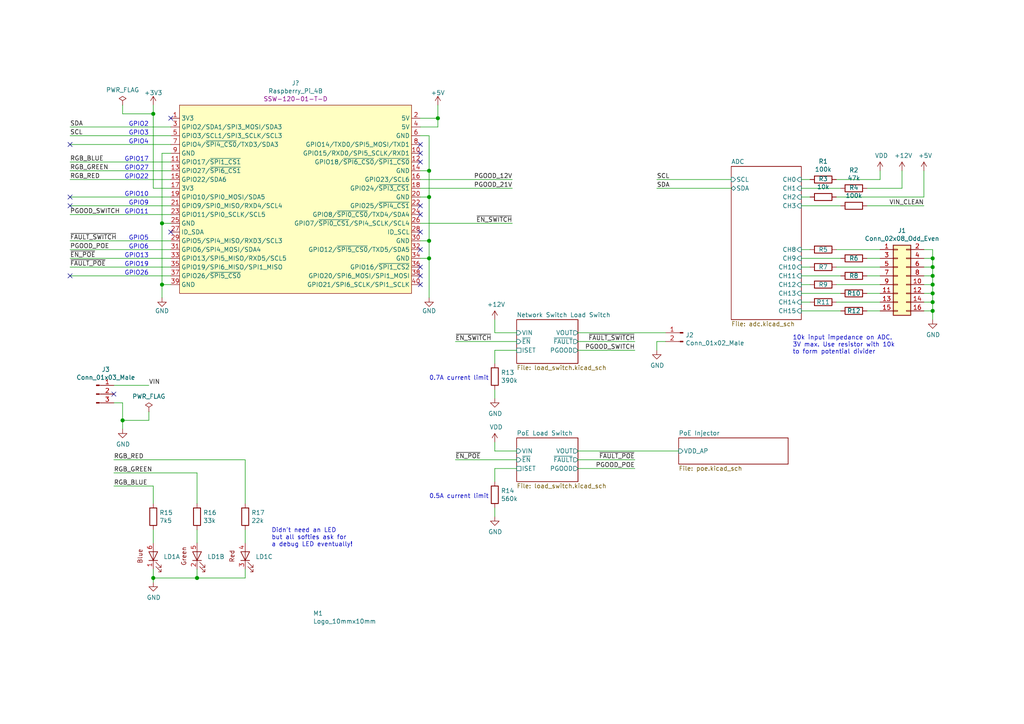
<source format=kicad_sch>
(kicad_sch (version 20201015) (generator eeschema)

  (paper "A4")

  (title_block
    (date "15 nov 2012")
  )

  (lib_symbols
    (symbol "Connector:Conn_01x02_Male" (pin_names (offset 1.016) hide) (in_bom yes) (on_board yes)
      (property "Reference" "J" (id 0) (at 0 2.54 0)
        (effects (font (size 1.27 1.27)))
      )
      (property "Value" "Conn_01x02_Male" (id 1) (at 0 -5.08 0)
        (effects (font (size 1.27 1.27)))
      )
      (property "Footprint" "" (id 2) (at 0 0 0)
        (effects (font (size 1.27 1.27)) hide)
      )
      (property "Datasheet" "~" (id 3) (at 0 0 0)
        (effects (font (size 1.27 1.27)) hide)
      )
      (property "ki_keywords" "connector" (id 4) (at 0 0 0)
        (effects (font (size 1.27 1.27)) hide)
      )
      (property "ki_description" "Generic connector, single row, 01x02, script generated (kicad-library-utils/schlib/autogen/connector/)" (id 5) (at 0 0 0)
        (effects (font (size 1.27 1.27)) hide)
      )
      (property "ki_fp_filters" "Connector*:*_1x??_*" (id 6) (at 0 0 0)
        (effects (font (size 1.27 1.27)) hide)
      )
      (symbol "Conn_01x02_Male_1_1"
        (rectangle (start 0.8636 -2.413) (end 0 -2.667)
          (stroke (width 0.1524)) (fill (type outline))
        )
        (rectangle (start 0.8636 0.127) (end 0 -0.127)
          (stroke (width 0.1524)) (fill (type outline))
        )
        (polyline
          (pts
            (xy 1.27 -2.54)
            (xy 0.8636 -2.54)
          )
          (stroke (width 0.1524)) (fill (type none))
        )
        (polyline
          (pts
            (xy 1.27 0)
            (xy 0.8636 0)
          )
          (stroke (width 0.1524)) (fill (type none))
        )
        (pin passive line (at 5.08 0 180) (length 3.81)
          (name "Pin_1" (effects (font (size 1.27 1.27))))
          (number "1" (effects (font (size 1.27 1.27))))
        )
        (pin passive line (at 5.08 -2.54 180) (length 3.81)
          (name "Pin_2" (effects (font (size 1.27 1.27))))
          (number "2" (effects (font (size 1.27 1.27))))
        )
      )
    )
    (symbol "Connector:Conn_01x03_Male" (pin_names (offset 1.016) hide) (in_bom yes) (on_board yes)
      (property "Reference" "J" (id 0) (at 0 5.08 0)
        (effects (font (size 1.27 1.27)))
      )
      (property "Value" "Conn_01x03_Male" (id 1) (at 0 -5.08 0)
        (effects (font (size 1.27 1.27)))
      )
      (property "Footprint" "" (id 2) (at 0 0 0)
        (effects (font (size 1.27 1.27)) hide)
      )
      (property "Datasheet" "~" (id 3) (at 0 0 0)
        (effects (font (size 1.27 1.27)) hide)
      )
      (property "ki_keywords" "connector" (id 4) (at 0 0 0)
        (effects (font (size 1.27 1.27)) hide)
      )
      (property "ki_description" "Generic connector, single row, 01x03, script generated (kicad-library-utils/schlib/autogen/connector/)" (id 5) (at 0 0 0)
        (effects (font (size 1.27 1.27)) hide)
      )
      (property "ki_fp_filters" "Connector*:*_1x??_*" (id 6) (at 0 0 0)
        (effects (font (size 1.27 1.27)) hide)
      )
      (symbol "Conn_01x03_Male_1_1"
        (rectangle (start 0.8636 -2.413) (end 0 -2.667)
          (stroke (width 0.1524)) (fill (type outline))
        )
        (rectangle (start 0.8636 0.127) (end 0 -0.127)
          (stroke (width 0.1524)) (fill (type outline))
        )
        (rectangle (start 0.8636 2.667) (end 0 2.413)
          (stroke (width 0.1524)) (fill (type outline))
        )
        (polyline
          (pts
            (xy 1.27 -2.54)
            (xy 0.8636 -2.54)
          )
          (stroke (width 0.1524)) (fill (type none))
        )
        (polyline
          (pts
            (xy 1.27 0)
            (xy 0.8636 0)
          )
          (stroke (width 0.1524)) (fill (type none))
        )
        (polyline
          (pts
            (xy 1.27 2.54)
            (xy 0.8636 2.54)
          )
          (stroke (width 0.1524)) (fill (type none))
        )
        (pin passive line (at 5.08 2.54 180) (length 3.81)
          (name "Pin_1" (effects (font (size 1.27 1.27))))
          (number "1" (effects (font (size 1.27 1.27))))
        )
        (pin passive line (at 5.08 0 180) (length 3.81)
          (name "Pin_2" (effects (font (size 1.27 1.27))))
          (number "2" (effects (font (size 1.27 1.27))))
        )
        (pin passive line (at 5.08 -2.54 180) (length 3.81)
          (name "Pin_3" (effects (font (size 1.27 1.27))))
          (number "3" (effects (font (size 1.27 1.27))))
        )
      )
    )
    (symbol "Connector_Generic:Conn_02x08_Odd_Even" (pin_names (offset 1.016) hide) (in_bom yes) (on_board yes)
      (property "Reference" "J" (id 0) (at 1.27 10.16 0)
        (effects (font (size 1.27 1.27)))
      )
      (property "Value" "Conn_02x08_Odd_Even" (id 1) (at 1.27 -12.7 0)
        (effects (font (size 1.27 1.27)))
      )
      (property "Footprint" "" (id 2) (at 0 0 0)
        (effects (font (size 1.27 1.27)) hide)
      )
      (property "Datasheet" "~" (id 3) (at 0 0 0)
        (effects (font (size 1.27 1.27)) hide)
      )
      (property "ki_keywords" "connector" (id 4) (at 0 0 0)
        (effects (font (size 1.27 1.27)) hide)
      )
      (property "ki_description" "Generic connector, double row, 02x08, odd/even pin numbering scheme (row 1 odd numbers, row 2 even numbers), script generated (kicad-library-utils/schlib/autogen/connector/)" (id 5) (at 0 0 0)
        (effects (font (size 1.27 1.27)) hide)
      )
      (property "ki_fp_filters" "Connector*:*_2x??_*" (id 6) (at 0 0 0)
        (effects (font (size 1.27 1.27)) hide)
      )
      (symbol "Conn_02x08_Odd_Even_1_1"
        (rectangle (start -1.27 -4.953) (end 0 -5.207)
          (stroke (width 0.1524)) (fill (type none))
        )
        (rectangle (start -1.27 -7.493) (end 0 -7.747)
          (stroke (width 0.1524)) (fill (type none))
        )
        (rectangle (start -1.27 -10.033) (end 0 -10.287)
          (stroke (width 0.1524)) (fill (type none))
        )
        (rectangle (start -1.27 -2.413) (end 0 -2.667)
          (stroke (width 0.1524)) (fill (type none))
        )
        (rectangle (start -1.27 2.667) (end 0 2.413)
          (stroke (width 0.1524)) (fill (type none))
        )
        (rectangle (start -1.27 5.207) (end 0 4.953)
          (stroke (width 0.1524)) (fill (type none))
        )
        (rectangle (start -1.27 7.747) (end 0 7.493)
          (stroke (width 0.1524)) (fill (type none))
        )
        (rectangle (start -1.27 8.89) (end 3.81 -11.43)
          (stroke (width 0.254)) (fill (type background))
        )
        (rectangle (start -1.27 0.127) (end 0 -0.127)
          (stroke (width 0.1524)) (fill (type none))
        )
        (rectangle (start 3.81 -4.953) (end 2.54 -5.207)
          (stroke (width 0.1524)) (fill (type none))
        )
        (rectangle (start 3.81 -7.493) (end 2.54 -7.747)
          (stroke (width 0.1524)) (fill (type none))
        )
        (rectangle (start 3.81 -10.033) (end 2.54 -10.287)
          (stroke (width 0.1524)) (fill (type none))
        )
        (rectangle (start 3.81 -2.413) (end 2.54 -2.667)
          (stroke (width 0.1524)) (fill (type none))
        )
        (rectangle (start 3.81 2.667) (end 2.54 2.413)
          (stroke (width 0.1524)) (fill (type none))
        )
        (rectangle (start 3.81 5.207) (end 2.54 4.953)
          (stroke (width 0.1524)) (fill (type none))
        )
        (rectangle (start 3.81 7.747) (end 2.54 7.493)
          (stroke (width 0.1524)) (fill (type none))
        )
        (rectangle (start 3.81 0.127) (end 2.54 -0.127)
          (stroke (width 0.1524)) (fill (type none))
        )
        (pin passive line (at -5.08 7.62 0) (length 3.81)
          (name "Pin_1" (effects (font (size 1.27 1.27))))
          (number "1" (effects (font (size 1.27 1.27))))
        )
        (pin passive line (at 7.62 -2.54 180) (length 3.81)
          (name "Pin_10" (effects (font (size 1.27 1.27))))
          (number "10" (effects (font (size 1.27 1.27))))
        )
        (pin passive line (at -5.08 -5.08 0) (length 3.81)
          (name "Pin_11" (effects (font (size 1.27 1.27))))
          (number "11" (effects (font (size 1.27 1.27))))
        )
        (pin passive line (at 7.62 -5.08 180) (length 3.81)
          (name "Pin_12" (effects (font (size 1.27 1.27))))
          (number "12" (effects (font (size 1.27 1.27))))
        )
        (pin passive line (at -5.08 -7.62 0) (length 3.81)
          (name "Pin_13" (effects (font (size 1.27 1.27))))
          (number "13" (effects (font (size 1.27 1.27))))
        )
        (pin passive line (at 7.62 -7.62 180) (length 3.81)
          (name "Pin_14" (effects (font (size 1.27 1.27))))
          (number "14" (effects (font (size 1.27 1.27))))
        )
        (pin passive line (at -5.08 -10.16 0) (length 3.81)
          (name "Pin_15" (effects (font (size 1.27 1.27))))
          (number "15" (effects (font (size 1.27 1.27))))
        )
        (pin passive line (at 7.62 -10.16 180) (length 3.81)
          (name "Pin_16" (effects (font (size 1.27 1.27))))
          (number "16" (effects (font (size 1.27 1.27))))
        )
        (pin passive line (at 7.62 7.62 180) (length 3.81)
          (name "Pin_2" (effects (font (size 1.27 1.27))))
          (number "2" (effects (font (size 1.27 1.27))))
        )
        (pin passive line (at -5.08 5.08 0) (length 3.81)
          (name "Pin_3" (effects (font (size 1.27 1.27))))
          (number "3" (effects (font (size 1.27 1.27))))
        )
        (pin passive line (at 7.62 5.08 180) (length 3.81)
          (name "Pin_4" (effects (font (size 1.27 1.27))))
          (number "4" (effects (font (size 1.27 1.27))))
        )
        (pin passive line (at -5.08 2.54 0) (length 3.81)
          (name "Pin_5" (effects (font (size 1.27 1.27))))
          (number "5" (effects (font (size 1.27 1.27))))
        )
        (pin passive line (at 7.62 2.54 180) (length 3.81)
          (name "Pin_6" (effects (font (size 1.27 1.27))))
          (number "6" (effects (font (size 1.27 1.27))))
        )
        (pin passive line (at -5.08 0 0) (length 3.81)
          (name "Pin_7" (effects (font (size 1.27 1.27))))
          (number "7" (effects (font (size 1.27 1.27))))
        )
        (pin passive line (at 7.62 0 180) (length 3.81)
          (name "Pin_8" (effects (font (size 1.27 1.27))))
          (number "8" (effects (font (size 1.27 1.27))))
        )
        (pin passive line (at -5.08 -2.54 0) (length 3.81)
          (name "Pin_9" (effects (font (size 1.27 1.27))))
          (number "9" (effects (font (size 1.27 1.27))))
        )
      )
    )
    (symbol "Device:R" (pin_numbers hide) (pin_names (offset 0)) (in_bom yes) (on_board yes)
      (property "Reference" "R" (id 0) (at 2.032 0 90)
        (effects (font (size 1.27 1.27)))
      )
      (property "Value" "R" (id 1) (at 0 0 90)
        (effects (font (size 1.27 1.27)))
      )
      (property "Footprint" "" (id 2) (at -1.778 0 90)
        (effects (font (size 1.27 1.27)) hide)
      )
      (property "Datasheet" "~" (id 3) (at 0 0 0)
        (effects (font (size 1.27 1.27)) hide)
      )
      (property "ki_keywords" "R res resistor" (id 4) (at 0 0 0)
        (effects (font (size 1.27 1.27)) hide)
      )
      (property "ki_description" "Resistor" (id 5) (at 0 0 0)
        (effects (font (size 1.27 1.27)) hide)
      )
      (property "ki_fp_filters" "R_*" (id 6) (at 0 0 0)
        (effects (font (size 1.27 1.27)) hide)
      )
      (symbol "R_0_1"
        (rectangle (start -1.016 -2.54) (end 1.016 2.54)
          (stroke (width 0.254)) (fill (type none))
        )
      )
      (symbol "R_1_1"
        (pin passive line (at 0 3.81 270) (length 1.27)
          (name "~" (effects (font (size 1.27 1.27))))
          (number "1" (effects (font (size 1.27 1.27))))
        )
        (pin passive line (at 0 -3.81 90) (length 1.27)
          (name "~" (effects (font (size 1.27 1.27))))
          (number "2" (effects (font (size 1.27 1.27))))
        )
      )
    )
    (symbol "LED_WUT:LED_Cree_CLX6E-FKC" (pin_names (offset 1.016)) (in_bom yes) (on_board yes)
      (property "Reference" "LD" (id 0) (at 2.54 -2.54 0)
        (effects (font (size 1.27 1.27)))
      )
      (property "Value" "LED_Cree_CLX6E-FKC" (id 1) (at 0 8.89 0)
        (effects (font (size 1.27 1.27)) hide)
      )
      (property "Footprint" "LED_SMD:LED_RGB_PLCC-6" (id 2) (at 0 0 0)
        (effects (font (size 1.27 1.27)) hide)
      )
      (property "Datasheet" "https://www.cree.com/led-components/media/documents/ds-CLX6E-FKC-1359.pdf" (id 3) (at 0 0 0)
        (effects (font (size 5.08 5.08)) hide)
      )
      (property "ki_locked" "" (id 4) (at 0 0 0)
        (effects (font (size 1.27 1.27)))
      )
      (symbol "LED_Cree_CLX6E-FKC_1_0"
        (text "Blue" (at 0 3.81 0)
          (effects (font (size 1.27 1.27)))
        )
      )
      (symbol "LED_Cree_CLX6E-FKC_1_1"
        (polyline
          (pts
            (xy -1.27 -1.27)
            (xy -1.27 1.27)
          )
          (stroke (width 0.2032)) (fill (type none))
        )
        (polyline
          (pts
            (xy -1.27 0)
            (xy 1.27 0)
          )
          (stroke (width 0)) (fill (type none))
        )
        (polyline
          (pts
            (xy 1.27 -1.27)
            (xy 1.27 1.27)
            (xy -1.27 0)
            (xy 1.27 -1.27)
          )
          (stroke (width 0.2032)) (fill (type none))
        )
        (polyline
          (pts
            (xy -3.048 -0.762)
            (xy -4.572 -2.286)
            (xy -3.81 -2.286)
            (xy -4.572 -2.286)
            (xy -4.572 -1.524)
          )
          (stroke (width 0)) (fill (type none))
        )
        (polyline
          (pts
            (xy -1.778 -0.762)
            (xy -3.302 -2.286)
            (xy -2.54 -2.286)
            (xy -3.302 -2.286)
            (xy -3.302 -1.524)
          )
          (stroke (width 0)) (fill (type none))
        )
        (pin passive line (at -3.81 0 0) (length 2.54)
          (name "~" (effects (font (size 1.27 1.27))))
          (number "1" (effects (font (size 1.27 1.27))))
        )
        (pin passive line (at 3.81 0 180) (length 2.54)
          (name "~" (effects (font (size 1.27 1.27))))
          (number "6" (effects (font (size 1.27 1.27))))
        )
      )
      (symbol "LED_Cree_CLX6E-FKC_2_1"
        (text "Green" (at 0 3.81 0)
          (effects (font (size 1.27 1.27)))
        )
        (polyline
          (pts
            (xy -1.27 -1.27)
            (xy -1.27 1.27)
          )
          (stroke (width 0.2032)) (fill (type none))
        )
        (polyline
          (pts
            (xy -1.27 0)
            (xy 1.27 0)
          )
          (stroke (width 0)) (fill (type none))
        )
        (polyline
          (pts
            (xy 1.27 -1.27)
            (xy 1.27 1.27)
            (xy -1.27 0)
            (xy 1.27 -1.27)
          )
          (stroke (width 0.2032)) (fill (type none))
        )
        (polyline
          (pts
            (xy -3.048 -0.762)
            (xy -4.572 -2.286)
            (xy -3.81 -2.286)
            (xy -4.572 -2.286)
            (xy -4.572 -1.524)
          )
          (stroke (width 0)) (fill (type none))
        )
        (polyline
          (pts
            (xy -1.778 -0.762)
            (xy -3.302 -2.286)
            (xy -2.54 -2.286)
            (xy -3.302 -2.286)
            (xy -3.302 -1.524)
          )
          (stroke (width 0)) (fill (type none))
        )
        (pin passive line (at -3.81 0 0) (length 2.54)
          (name "~" (effects (font (size 1.27 1.27))))
          (number "2" (effects (font (size 1.27 1.27))))
        )
        (pin passive line (at 3.81 0 180) (length 2.54)
          (name "~" (effects (font (size 1.27 1.27))))
          (number "5" (effects (font (size 1.27 1.27))))
        )
      )
      (symbol "LED_Cree_CLX6E-FKC_3_1"
        (text "Red" (at 0 3.81 0)
          (effects (font (size 1.27 1.27)))
        )
        (polyline
          (pts
            (xy -1.27 -1.27)
            (xy -1.27 1.27)
          )
          (stroke (width 0.2032)) (fill (type none))
        )
        (polyline
          (pts
            (xy -1.27 0)
            (xy 1.27 0)
          )
          (stroke (width 0)) (fill (type none))
        )
        (polyline
          (pts
            (xy 1.27 -1.27)
            (xy 1.27 1.27)
            (xy -1.27 0)
            (xy 1.27 -1.27)
          )
          (stroke (width 0.2032)) (fill (type none))
        )
        (polyline
          (pts
            (xy -3.048 -0.762)
            (xy -4.572 -2.286)
            (xy -3.81 -2.286)
            (xy -4.572 -2.286)
            (xy -4.572 -1.524)
          )
          (stroke (width 0)) (fill (type none))
        )
        (polyline
          (pts
            (xy -1.778 -0.762)
            (xy -3.302 -2.286)
            (xy -2.54 -2.286)
            (xy -3.302 -2.286)
            (xy -3.302 -1.524)
          )
          (stroke (width 0)) (fill (type none))
        )
        (pin passive line (at -3.81 0 0) (length 2.54)
          (name "~" (effects (font (size 1.27 1.27))))
          (number "3" (effects (font (size 1.27 1.27))))
        )
        (pin passive line (at 3.81 0 180) (length 2.54)
          (name "~" (effects (font (size 1.27 1.27))))
          (number "4" (effects (font (size 1.27 1.27))))
        )
      )
    )
    (symbol "Misc_WUT:Logo_10mmx10mm" (pin_names (offset 1.016)) (in_bom yes) (on_board yes)
      (property "Reference" "M" (id 0) (at 0 1.27 0)
        (effects (font (size 1.27 1.27)))
      )
      (property "Value" "Logo_10mmx10mm" (id 1) (at 0 -1.27 0)
        (effects (font (size 1.27 1.27)))
      )
      (property "Footprint" "Misc_WUT:Logo_10mmx10mm" (id 2) (at 0 0 0)
        (effects (font (size 1.27 1.27)) hide)
      )
      (property "Datasheet" "" (id 3) (at 0 0 0)
        (effects (font (size 1.27 1.27)) hide)
      )
    )
    (symbol "Modules_WUT:Raspberry_Pi_4B" (in_bom yes) (on_board yes)
      (property "Reference" "J" (id 0) (at 24.13 27.94 0)
        (effects (font (size 1.27 1.27)))
      )
      (property "Value" "Raspberry_Pi_4B" (id 1) (at 24.13 -30.48 0)
        (effects (font (size 1.27 1.27)))
      )
      (property "Footprint" "Modules_WUT:Pi4" (id 2) (at -25.4 -13.97 0)
        (effects (font (size 1.27 1.27)) hide)
      )
      (property "Datasheet" "" (id 3) (at -25.4 -13.97 0)
        (effects (font (size 1.27 1.27)) hide)
      )
      (property "MPN" "SSW-120-01-T-D" (id 4) (at -13.97 -30.48 0)
        (effects (font (size 1.27 1.27)))
      )
      (symbol "Raspberry_Pi_4B_0_1"
        (rectangle (start -34.29 26.67) (end 33.02 -27.94)
          (stroke (width 0)) (fill (type background))
        )
      )
      (symbol "Raspberry_Pi_4B_1_1"
        (pin power_out line (at -36.83 22.86 0) (length 2.54)
          (name "3V3" (effects (font (size 1.27 1.27))))
          (number "1" (effects (font (size 1.27 1.27))))
        )
        (pin power_in line (at 35.56 22.86 180) (length 2.54)
          (name "5V" (effects (font (size 1.27 1.27))))
          (number "2" (effects (font (size 1.27 1.27))))
        )
        (pin passive line (at -36.83 20.32 0) (length 2.54)
          (name "GPIO2/SDA1/SPI3_MOSI/SDA3" (effects (font (size 1.27 1.27))))
          (number "3" (effects (font (size 1.27 1.27))))
        )
        (pin power_in line (at 35.56 20.32 180) (length 2.54)
          (name "5V" (effects (font (size 1.27 1.27))))
          (number "4" (effects (font (size 1.27 1.27))))
        )
        (pin passive line (at -36.83 17.78 0) (length 2.54)
          (name "GPIO3/SCL1/SPI3_SCLK/SCL3" (effects (font (size 1.27 1.27))))
          (number "5" (effects (font (size 1.27 1.27))))
        )
        (pin power_in line (at 35.56 17.78 180) (length 2.54)
          (name "GND" (effects (font (size 1.27 1.27))))
          (number "6" (effects (font (size 1.27 1.27))))
        )
        (pin passive line (at -36.83 15.24 0) (length 2.54)
          (name "GPIO4/~SPI4_CS0~/TXD3/SDA3" (effects (font (size 1.27 1.27))))
          (number "7" (effects (font (size 1.27 1.27))))
        )
        (pin passive line (at 35.56 15.24 180) (length 2.54)
          (name "GPIO14/TXD0/SPI5_MOSI/TXD1" (effects (font (size 1.27 1.27))))
          (number "8" (effects (font (size 1.27 1.27))))
        )
        (pin power_in line (at -36.83 12.7 0) (length 2.54)
          (name "GND" (effects (font (size 1.27 1.27))))
          (number "9" (effects (font (size 1.27 1.27))))
        )
        (pin passive line (at 35.56 12.7 180) (length 2.54)
          (name "GPIO15/RXD0/SPI5_SCLK/RXD1" (effects (font (size 1.27 1.27))))
          (number "10" (effects (font (size 1.27 1.27))))
        )
        (pin passive line (at -36.83 10.16 0) (length 2.54)
          (name "GPIO17/~SPI1_CS1~" (effects (font (size 1.27 1.27))))
          (number "11" (effects (font (size 1.27 1.27))))
        )
        (pin passive line (at 35.56 10.16 180) (length 2.54)
          (name "GPIO18/~SPI6_CS0~/~SPI1_CS0" (effects (font (size 1.27 1.27))))
          (number "12" (effects (font (size 1.27 1.27))))
        )
        (pin passive line (at -36.83 7.62 0) (length 2.54)
          (name "GPIO27/~SPI6_CS1" (effects (font (size 1.27 1.27))))
          (number "13" (effects (font (size 1.27 1.27))))
        )
        (pin power_in line (at 35.56 7.62 180) (length 2.54)
          (name "GND" (effects (font (size 1.27 1.27))))
          (number "14" (effects (font (size 1.27 1.27))))
        )
        (pin passive line (at -36.83 5.08 0) (length 2.54)
          (name "GPIO22/SDA6" (effects (font (size 1.27 1.27))))
          (number "15" (effects (font (size 1.27 1.27))))
        )
        (pin passive line (at 35.56 5.08 180) (length 2.54)
          (name "GPIO23/SCL6" (effects (font (size 1.27 1.27))))
          (number "16" (effects (font (size 1.27 1.27))))
        )
        (pin power_out line (at -36.83 2.54 0) (length 2.54)
          (name "3V3" (effects (font (size 1.27 1.27))))
          (number "17" (effects (font (size 1.27 1.27))))
        )
        (pin passive line (at 35.56 2.54 180) (length 2.54)
          (name "GPIO24/~SPI3_CS1~" (effects (font (size 1.27 1.27))))
          (number "18" (effects (font (size 1.27 1.27))))
        )
        (pin passive line (at -36.83 0 0) (length 2.54)
          (name "GPIO10/SPI0_MOSI/SDA5" (effects (font (size 1.27 1.27))))
          (number "19" (effects (font (size 1.27 1.27))))
        )
        (pin power_in line (at 35.56 0 180) (length 2.54)
          (name "GND" (effects (font (size 1.27 1.27))))
          (number "20" (effects (font (size 1.27 1.27))))
        )
        (pin passive line (at -36.83 -2.54 0) (length 2.54)
          (name "GPIO9/SPI0_MISO/RXD4/SCL4" (effects (font (size 1.27 1.27))))
          (number "21" (effects (font (size 1.27 1.27))))
        )
        (pin passive line (at 35.56 -2.54 180) (length 2.54)
          (name "GPIO25/~SPI4_CS1~" (effects (font (size 1.27 1.27))))
          (number "22" (effects (font (size 1.27 1.27))))
        )
        (pin passive line (at -36.83 -5.08 0) (length 2.54)
          (name "GPIO11/SPI0_SCLK/SCL5" (effects (font (size 1.27 1.27))))
          (number "23" (effects (font (size 1.27 1.27))))
        )
        (pin passive line (at 35.56 -5.08 180) (length 2.54)
          (name "GPIO8/~SPI0_CS0~/TXD4/SDA4" (effects (font (size 1.27 1.27))))
          (number "24" (effects (font (size 1.27 1.27))))
        )
        (pin power_in line (at -36.83 -7.62 0) (length 2.54)
          (name "GND" (effects (font (size 1.27 1.27))))
          (number "25" (effects (font (size 1.27 1.27))))
        )
        (pin passive line (at 35.56 -7.62 180) (length 2.54)
          (name "GPIO7/~SPI0_CS1~/SPI4_SCLK/SCL4" (effects (font (size 1.27 1.27))))
          (number "26" (effects (font (size 1.27 1.27))))
        )
        (pin passive line (at -36.83 -10.16 0) (length 2.54)
          (name "ID_SDA" (effects (font (size 1.27 1.27))))
          (number "27" (effects (font (size 1.27 1.27))))
        )
        (pin passive line (at 35.56 -10.16 180) (length 2.54)
          (name "ID_SCL" (effects (font (size 1.27 1.27))))
          (number "28" (effects (font (size 1.27 1.27))))
        )
        (pin passive line (at -36.83 -12.7 0) (length 2.54)
          (name "GPIO5/SPI4_MISO/RXD3/SCL3" (effects (font (size 1.27 1.27))))
          (number "29" (effects (font (size 1.27 1.27))))
        )
        (pin power_in line (at 35.56 -12.7 180) (length 2.54)
          (name "GND" (effects (font (size 1.27 1.27))))
          (number "30" (effects (font (size 1.27 1.27))))
        )
        (pin passive line (at -36.83 -15.24 0) (length 2.54)
          (name "GPIO6/SPI4_MOSI/SDA4" (effects (font (size 1.27 1.27))))
          (number "31" (effects (font (size 1.27 1.27))))
        )
        (pin passive line (at 35.56 -15.24 180) (length 2.54)
          (name "GPIO12/~SPI5_CS0~/TXD5/SDA5" (effects (font (size 1.27 1.27))))
          (number "32" (effects (font (size 1.27 1.27))))
        )
        (pin passive line (at -36.83 -17.78 0) (length 2.54)
          (name "GPIO13/SPI5_MISO/RXD5/SCL5" (effects (font (size 1.27 1.27))))
          (number "33" (effects (font (size 1.27 1.27))))
        )
        (pin power_in line (at 35.56 -17.78 180) (length 2.54)
          (name "GND" (effects (font (size 1.27 1.27))))
          (number "34" (effects (font (size 1.27 1.27))))
        )
        (pin passive line (at -36.83 -20.32 0) (length 2.54)
          (name "GPIO19/SPI6_MISO/SPI1_MISO" (effects (font (size 1.27 1.27))))
          (number "35" (effects (font (size 1.27 1.27))))
        )
        (pin passive line (at 35.56 -20.32 180) (length 2.54)
          (name "GPIO16/~SPI1_CS2~" (effects (font (size 1.27 1.27))))
          (number "36" (effects (font (size 1.27 1.27))))
        )
        (pin passive line (at -36.83 -22.86 0) (length 2.54)
          (name "GPIO26/~SPI5_CS0~" (effects (font (size 1.27 1.27))))
          (number "37" (effects (font (size 1.27 1.27))))
        )
        (pin passive line (at 35.56 -22.86 180) (length 2.54)
          (name "GPIO20/SPI6_MOSI/SPI1_MOSI" (effects (font (size 1.27 1.27))))
          (number "38" (effects (font (size 1.27 1.27))))
        )
        (pin power_in line (at -36.83 -25.4 0) (length 2.54)
          (name "GND" (effects (font (size 1.27 1.27))))
          (number "39" (effects (font (size 1.27 1.27))))
        )
        (pin passive line (at 35.56 -25.4 180) (length 2.54)
          (name "GPIO21/SPI6_SCLK/SPI1_SCLK" (effects (font (size 1.27 1.27))))
          (number "40" (effects (font (size 1.27 1.27))))
        )
      )
    )
    (symbol "power:+12V" (power) (pin_names (offset 0)) (in_bom yes) (on_board yes)
      (property "Reference" "#PWR" (id 0) (at 0 -3.81 0)
        (effects (font (size 1.27 1.27)) hide)
      )
      (property "Value" "+12V" (id 1) (at 0 3.556 0)
        (effects (font (size 1.27 1.27)))
      )
      (property "Footprint" "" (id 2) (at 0 0 0)
        (effects (font (size 1.27 1.27)) hide)
      )
      (property "Datasheet" "" (id 3) (at 0 0 0)
        (effects (font (size 1.27 1.27)) hide)
      )
      (property "ki_keywords" "power-flag" (id 4) (at 0 0 0)
        (effects (font (size 1.27 1.27)) hide)
      )
      (property "ki_description" "Power symbol creates a global label with name \"+12V\"" (id 5) (at 0 0 0)
        (effects (font (size 1.27 1.27)) hide)
      )
      (symbol "+12V_0_1"
        (polyline
          (pts
            (xy -0.762 1.27)
            (xy 0 2.54)
          )
          (stroke (width 0)) (fill (type none))
        )
        (polyline
          (pts
            (xy 0 0)
            (xy 0 2.54)
          )
          (stroke (width 0)) (fill (type none))
        )
        (polyline
          (pts
            (xy 0 2.54)
            (xy 0.762 1.27)
          )
          (stroke (width 0)) (fill (type none))
        )
      )
      (symbol "+12V_1_1"
        (pin power_in line (at 0 0 90) (length 0) hide
          (name "+12V" (effects (font (size 1.27 1.27))))
          (number "1" (effects (font (size 1.27 1.27))))
        )
      )
    )
    (symbol "power:+3.3V" (power) (pin_names (offset 0)) (in_bom yes) (on_board yes)
      (property "Reference" "#PWR" (id 0) (at 0 -3.81 0)
        (effects (font (size 1.27 1.27)) hide)
      )
      (property "Value" "+3.3V" (id 1) (at 0 3.556 0)
        (effects (font (size 1.27 1.27)))
      )
      (property "Footprint" "" (id 2) (at 0 0 0)
        (effects (font (size 1.27 1.27)) hide)
      )
      (property "Datasheet" "" (id 3) (at 0 0 0)
        (effects (font (size 1.27 1.27)) hide)
      )
      (property "ki_keywords" "power-flag" (id 4) (at 0 0 0)
        (effects (font (size 1.27 1.27)) hide)
      )
      (property "ki_description" "Power symbol creates a global label with name \"+3.3V\"" (id 5) (at 0 0 0)
        (effects (font (size 1.27 1.27)) hide)
      )
      (symbol "+3.3V_0_1"
        (polyline
          (pts
            (xy -0.762 1.27)
            (xy 0 2.54)
          )
          (stroke (width 0)) (fill (type none))
        )
        (polyline
          (pts
            (xy 0 0)
            (xy 0 2.54)
          )
          (stroke (width 0)) (fill (type none))
        )
        (polyline
          (pts
            (xy 0 2.54)
            (xy 0.762 1.27)
          )
          (stroke (width 0)) (fill (type none))
        )
      )
      (symbol "+3.3V_1_1"
        (pin power_in line (at 0 0 90) (length 0) hide
          (name "+3V3" (effects (font (size 1.27 1.27))))
          (number "1" (effects (font (size 1.27 1.27))))
        )
      )
    )
    (symbol "power:+5V" (power) (pin_names (offset 0)) (in_bom yes) (on_board yes)
      (property "Reference" "#PWR" (id 0) (at 0 -3.81 0)
        (effects (font (size 1.27 1.27)) hide)
      )
      (property "Value" "+5V" (id 1) (at 0 3.556 0)
        (effects (font (size 1.27 1.27)))
      )
      (property "Footprint" "" (id 2) (at 0 0 0)
        (effects (font (size 1.27 1.27)) hide)
      )
      (property "Datasheet" "" (id 3) (at 0 0 0)
        (effects (font (size 1.27 1.27)) hide)
      )
      (property "ki_keywords" "power-flag" (id 4) (at 0 0 0)
        (effects (font (size 1.27 1.27)) hide)
      )
      (property "ki_description" "Power symbol creates a global label with name \"+5V\"" (id 5) (at 0 0 0)
        (effects (font (size 1.27 1.27)) hide)
      )
      (symbol "+5V_0_1"
        (polyline
          (pts
            (xy -0.762 1.27)
            (xy 0 2.54)
          )
          (stroke (width 0)) (fill (type none))
        )
        (polyline
          (pts
            (xy 0 0)
            (xy 0 2.54)
          )
          (stroke (width 0)) (fill (type none))
        )
        (polyline
          (pts
            (xy 0 2.54)
            (xy 0.762 1.27)
          )
          (stroke (width 0)) (fill (type none))
        )
      )
      (symbol "+5V_1_1"
        (pin power_in line (at 0 0 90) (length 0) hide
          (name "+5V" (effects (font (size 1.27 1.27))))
          (number "1" (effects (font (size 1.27 1.27))))
        )
      )
    )
    (symbol "power:GND" (power) (pin_names (offset 0)) (in_bom yes) (on_board yes)
      (property "Reference" "#PWR" (id 0) (at 0 -6.35 0)
        (effects (font (size 1.27 1.27)) hide)
      )
      (property "Value" "GND" (id 1) (at 0 -3.81 0)
        (effects (font (size 1.27 1.27)))
      )
      (property "Footprint" "" (id 2) (at 0 0 0)
        (effects (font (size 1.27 1.27)) hide)
      )
      (property "Datasheet" "" (id 3) (at 0 0 0)
        (effects (font (size 1.27 1.27)) hide)
      )
      (property "ki_keywords" "power-flag" (id 4) (at 0 0 0)
        (effects (font (size 1.27 1.27)) hide)
      )
      (property "ki_description" "Power symbol creates a global label with name \"GND\" , ground" (id 5) (at 0 0 0)
        (effects (font (size 1.27 1.27)) hide)
      )
      (symbol "GND_0_1"
        (polyline
          (pts
            (xy 0 0)
            (xy 0 -1.27)
            (xy 1.27 -1.27)
            (xy 0 -2.54)
            (xy -1.27 -1.27)
            (xy 0 -1.27)
          )
          (stroke (width 0)) (fill (type none))
        )
      )
      (symbol "GND_1_1"
        (pin power_in line (at 0 0 270) (length 0) hide
          (name "GND" (effects (font (size 1.27 1.27))))
          (number "1" (effects (font (size 1.27 1.27))))
        )
      )
    )
    (symbol "power:PWR_FLAG" (power) (pin_numbers hide) (pin_names (offset 0) hide) (in_bom yes) (on_board yes)
      (property "Reference" "#FLG" (id 0) (at 0 1.905 0)
        (effects (font (size 1.27 1.27)) hide)
      )
      (property "Value" "PWR_FLAG" (id 1) (at 0 3.81 0)
        (effects (font (size 1.27 1.27)))
      )
      (property "Footprint" "" (id 2) (at 0 0 0)
        (effects (font (size 1.27 1.27)) hide)
      )
      (property "Datasheet" "~" (id 3) (at 0 0 0)
        (effects (font (size 1.27 1.27)) hide)
      )
      (property "ki_keywords" "power-flag" (id 4) (at 0 0 0)
        (effects (font (size 1.27 1.27)) hide)
      )
      (property "ki_description" "Special symbol for telling ERC where power comes from" (id 5) (at 0 0 0)
        (effects (font (size 1.27 1.27)) hide)
      )
      (symbol "PWR_FLAG_0_0"
        (pin power_out line (at 0 0 90) (length 0)
          (name "pwr" (effects (font (size 1.27 1.27))))
          (number "1" (effects (font (size 1.27 1.27))))
        )
      )
      (symbol "PWR_FLAG_0_1"
        (polyline
          (pts
            (xy 0 0)
            (xy 0 1.27)
            (xy -1.016 1.905)
            (xy 0 2.54)
            (xy 1.016 1.905)
            (xy 0 1.27)
          )
          (stroke (width 0)) (fill (type none))
        )
      )
    )
    (symbol "power:VDD" (power) (pin_names (offset 0)) (in_bom yes) (on_board yes)
      (property "Reference" "#PWR" (id 0) (at 0 -3.81 0)
        (effects (font (size 1.27 1.27)) hide)
      )
      (property "Value" "VDD" (id 1) (at 0 3.81 0)
        (effects (font (size 1.27 1.27)))
      )
      (property "Footprint" "" (id 2) (at 0 0 0)
        (effects (font (size 1.27 1.27)) hide)
      )
      (property "Datasheet" "" (id 3) (at 0 0 0)
        (effects (font (size 1.27 1.27)) hide)
      )
      (property "ki_keywords" "power-flag" (id 4) (at 0 0 0)
        (effects (font (size 1.27 1.27)) hide)
      )
      (property "ki_description" "Power symbol creates a global label with name \"VDD\"" (id 5) (at 0 0 0)
        (effects (font (size 1.27 1.27)) hide)
      )
      (symbol "VDD_0_1"
        (polyline
          (pts
            (xy -0.762 1.27)
            (xy 0 2.54)
          )
          (stroke (width 0)) (fill (type none))
        )
        (polyline
          (pts
            (xy 0 0)
            (xy 0 2.54)
          )
          (stroke (width 0)) (fill (type none))
        )
        (polyline
          (pts
            (xy 0 2.54)
            (xy 0.762 1.27)
          )
          (stroke (width 0)) (fill (type none))
        )
      )
      (symbol "VDD_1_1"
        (pin power_in line (at 0 0 90) (length 0) hide
          (name "VDD" (effects (font (size 1.27 1.27))))
          (number "1" (effects (font (size 1.27 1.27))))
        )
      )
    )
  )

  (junction (at 35.56 121.92) (diameter 1.016) (color 0 0 0 0))
  (junction (at 44.45 33.02) (diameter 1.016) (color 0 0 0 0))
  (junction (at 44.45 167.64) (diameter 1.016) (color 0 0 0 0))
  (junction (at 46.99 64.77) (diameter 1.016) (color 0 0 0 0))
  (junction (at 46.99 82.55) (diameter 1.016) (color 0 0 0 0))
  (junction (at 57.15 167.64) (diameter 1.016) (color 0 0 0 0))
  (junction (at 124.46 49.53) (diameter 1.016) (color 0 0 0 0))
  (junction (at 124.46 57.15) (diameter 1.016) (color 0 0 0 0))
  (junction (at 124.46 69.85) (diameter 1.016) (color 0 0 0 0))
  (junction (at 124.46 74.93) (diameter 1.016) (color 0 0 0 0))
  (junction (at 127 34.29) (diameter 1.016) (color 0 0 0 0))
  (junction (at 270.51 74.93) (diameter 1.016) (color 0 0 0 0))
  (junction (at 270.51 77.47) (diameter 1.016) (color 0 0 0 0))
  (junction (at 270.51 80.01) (diameter 1.016) (color 0 0 0 0))
  (junction (at 270.51 82.55) (diameter 1.016) (color 0 0 0 0))
  (junction (at 270.51 85.09) (diameter 1.016) (color 0 0 0 0))
  (junction (at 270.51 87.63) (diameter 1.016) (color 0 0 0 0))
  (junction (at 270.51 90.17) (diameter 1.016) (color 0 0 0 0))

  (no_connect (at 20.32 59.69))
  (no_connect (at 20.32 41.91))
  (no_connect (at 49.53 34.29))
  (no_connect (at 20.32 80.01))
  (no_connect (at 121.92 41.91))
  (no_connect (at 121.92 44.45))
  (no_connect (at 121.92 46.99))
  (no_connect (at 121.92 59.69))
  (no_connect (at 121.92 62.23))
  (no_connect (at 121.92 72.39))
  (no_connect (at 121.92 77.47))
  (no_connect (at 121.92 80.01))
  (no_connect (at 121.92 82.55))
  (no_connect (at 49.53 67.31))
  (no_connect (at 20.32 57.15))
  (no_connect (at 33.02 114.3))
  (no_connect (at 121.92 67.31))

  (wire (pts (xy 20.32 39.37) (xy 49.53 39.37))
    (stroke (width 0) (type solid) (color 0 0 0 0))
  )
  (wire (pts (xy 20.32 41.91) (xy 49.53 41.91))
    (stroke (width 0) (type solid) (color 0 0 0 0))
  )
  (wire (pts (xy 20.32 49.53) (xy 49.53 49.53))
    (stroke (width 0) (type solid) (color 0 0 0 0))
  )
  (wire (pts (xy 20.32 52.07) (xy 49.53 52.07))
    (stroke (width 0) (type solid) (color 0 0 0 0))
  )
  (wire (pts (xy 20.32 59.69) (xy 49.53 59.69))
    (stroke (width 0) (type solid) (color 0 0 0 0))
  )
  (wire (pts (xy 20.32 62.23) (xy 49.53 62.23))
    (stroke (width 0) (type solid) (color 0 0 0 0))
  )
  (wire (pts (xy 20.32 69.85) (xy 49.53 69.85))
    (stroke (width 0) (type solid) (color 0 0 0 0))
  )
  (wire (pts (xy 20.32 72.39) (xy 49.53 72.39))
    (stroke (width 0) (type solid) (color 0 0 0 0))
  )
  (wire (pts (xy 20.32 77.47) (xy 49.53 77.47))
    (stroke (width 0) (type solid) (color 0 0 0 0))
  )
  (wire (pts (xy 20.32 80.01) (xy 49.53 80.01))
    (stroke (width 0) (type solid) (color 0 0 0 0))
  )
  (wire (pts (xy 33.02 111.76) (xy 43.18 111.76))
    (stroke (width 0) (type solid) (color 0 0 0 0))
  )
  (wire (pts (xy 33.02 116.84) (xy 35.56 116.84))
    (stroke (width 0) (type solid) (color 0 0 0 0))
  )
  (wire (pts (xy 33.02 133.35) (xy 71.12 133.35))
    (stroke (width 0) (type solid) (color 0 0 0 0))
  )
  (wire (pts (xy 33.02 137.16) (xy 57.15 137.16))
    (stroke (width 0) (type solid) (color 0 0 0 0))
  )
  (wire (pts (xy 35.56 30.48) (xy 35.56 33.02))
    (stroke (width 0) (type solid) (color 0 0 0 0))
  )
  (wire (pts (xy 35.56 33.02) (xy 44.45 33.02))
    (stroke (width 0) (type solid) (color 0 0 0 0))
  )
  (wire (pts (xy 35.56 116.84) (xy 35.56 121.92))
    (stroke (width 0) (type solid) (color 0 0 0 0))
  )
  (wire (pts (xy 35.56 121.92) (xy 35.56 124.46))
    (stroke (width 0) (type solid) (color 0 0 0 0))
  )
  (wire (pts (xy 35.56 121.92) (xy 43.18 121.92))
    (stroke (width 0) (type solid) (color 0 0 0 0))
  )
  (wire (pts (xy 43.18 121.92) (xy 43.18 119.38))
    (stroke (width 0) (type solid) (color 0 0 0 0))
  )
  (wire (pts (xy 44.45 30.48) (xy 44.45 33.02))
    (stroke (width 0) (type solid) (color 0 0 0 0))
  )
  (wire (pts (xy 44.45 33.02) (xy 44.45 54.61))
    (stroke (width 0) (type solid) (color 0 0 0 0))
  )
  (wire (pts (xy 44.45 54.61) (xy 49.53 54.61))
    (stroke (width 0) (type solid) (color 0 0 0 0))
  )
  (wire (pts (xy 44.45 140.97) (xy 33.02 140.97))
    (stroke (width 0) (type solid) (color 0 0 0 0))
  )
  (wire (pts (xy 44.45 146.05) (xy 44.45 140.97))
    (stroke (width 0) (type solid) (color 0 0 0 0))
  )
  (wire (pts (xy 44.45 153.67) (xy 44.45 157.48))
    (stroke (width 0) (type solid) (color 0 0 0 0))
  )
  (wire (pts (xy 44.45 165.1) (xy 44.45 167.64))
    (stroke (width 0) (type solid) (color 0 0 0 0))
  )
  (wire (pts (xy 44.45 167.64) (xy 44.45 168.91))
    (stroke (width 0) (type solid) (color 0 0 0 0))
  )
  (wire (pts (xy 44.45 167.64) (xy 57.15 167.64))
    (stroke (width 0) (type solid) (color 0 0 0 0))
  )
  (wire (pts (xy 46.99 44.45) (xy 46.99 64.77))
    (stroke (width 0) (type solid) (color 0 0 0 0))
  )
  (wire (pts (xy 46.99 44.45) (xy 49.53 44.45))
    (stroke (width 0) (type solid) (color 0 0 0 0))
  )
  (wire (pts (xy 46.99 64.77) (xy 46.99 82.55))
    (stroke (width 0) (type solid) (color 0 0 0 0))
  )
  (wire (pts (xy 46.99 64.77) (xy 49.53 64.77))
    (stroke (width 0) (type solid) (color 0 0 0 0))
  )
  (wire (pts (xy 46.99 82.55) (xy 46.99 86.36))
    (stroke (width 0) (type solid) (color 0 0 0 0))
  )
  (wire (pts (xy 46.99 82.55) (xy 49.53 82.55))
    (stroke (width 0) (type solid) (color 0 0 0 0))
  )
  (wire (pts (xy 49.53 36.83) (xy 20.32 36.83))
    (stroke (width 0) (type solid) (color 0 0 0 0))
  )
  (wire (pts (xy 49.53 46.99) (xy 20.32 46.99))
    (stroke (width 0) (type solid) (color 0 0 0 0))
  )
  (wire (pts (xy 49.53 57.15) (xy 20.32 57.15))
    (stroke (width 0) (type solid) (color 0 0 0 0))
  )
  (wire (pts (xy 49.53 74.93) (xy 20.32 74.93))
    (stroke (width 0) (type solid) (color 0 0 0 0))
  )
  (wire (pts (xy 57.15 137.16) (xy 57.15 146.05))
    (stroke (width 0) (type solid) (color 0 0 0 0))
  )
  (wire (pts (xy 57.15 153.67) (xy 57.15 157.48))
    (stroke (width 0) (type solid) (color 0 0 0 0))
  )
  (wire (pts (xy 57.15 165.1) (xy 57.15 167.64))
    (stroke (width 0) (type solid) (color 0 0 0 0))
  )
  (wire (pts (xy 57.15 167.64) (xy 71.12 167.64))
    (stroke (width 0) (type solid) (color 0 0 0 0))
  )
  (wire (pts (xy 71.12 133.35) (xy 71.12 146.05))
    (stroke (width 0) (type solid) (color 0 0 0 0))
  )
  (wire (pts (xy 71.12 153.67) (xy 71.12 157.48))
    (stroke (width 0) (type solid) (color 0 0 0 0))
  )
  (wire (pts (xy 71.12 167.64) (xy 71.12 165.1))
    (stroke (width 0) (type solid) (color 0 0 0 0))
  )
  (wire (pts (xy 121.92 52.07) (xy 148.59 52.07))
    (stroke (width 0) (type solid) (color 0 0 0 0))
  )
  (wire (pts (xy 121.92 54.61) (xy 148.59 54.61))
    (stroke (width 0) (type solid) (color 0 0 0 0))
  )
  (wire (pts (xy 121.92 64.77) (xy 148.59 64.77))
    (stroke (width 0) (type solid) (color 0 0 0 0))
  )
  (wire (pts (xy 124.46 39.37) (xy 121.92 39.37))
    (stroke (width 0) (type solid) (color 0 0 0 0))
  )
  (wire (pts (xy 124.46 39.37) (xy 124.46 49.53))
    (stroke (width 0) (type solid) (color 0 0 0 0))
  )
  (wire (pts (xy 124.46 49.53) (xy 121.92 49.53))
    (stroke (width 0) (type solid) (color 0 0 0 0))
  )
  (wire (pts (xy 124.46 49.53) (xy 124.46 57.15))
    (stroke (width 0) (type solid) (color 0 0 0 0))
  )
  (wire (pts (xy 124.46 57.15) (xy 121.92 57.15))
    (stroke (width 0) (type solid) (color 0 0 0 0))
  )
  (wire (pts (xy 124.46 57.15) (xy 124.46 69.85))
    (stroke (width 0) (type solid) (color 0 0 0 0))
  )
  (wire (pts (xy 124.46 69.85) (xy 121.92 69.85))
    (stroke (width 0) (type solid) (color 0 0 0 0))
  )
  (wire (pts (xy 124.46 69.85) (xy 124.46 74.93))
    (stroke (width 0) (type solid) (color 0 0 0 0))
  )
  (wire (pts (xy 124.46 74.93) (xy 121.92 74.93))
    (stroke (width 0) (type solid) (color 0 0 0 0))
  )
  (wire (pts (xy 124.46 74.93) (xy 124.46 86.36))
    (stroke (width 0) (type solid) (color 0 0 0 0))
  )
  (wire (pts (xy 127 30.48) (xy 127 34.29))
    (stroke (width 0) (type solid) (color 0 0 0 0))
  )
  (wire (pts (xy 127 34.29) (xy 121.92 34.29))
    (stroke (width 0) (type solid) (color 0 0 0 0))
  )
  (wire (pts (xy 127 34.29) (xy 127 36.83))
    (stroke (width 0) (type solid) (color 0 0 0 0))
  )
  (wire (pts (xy 127 36.83) (xy 121.92 36.83))
    (stroke (width 0) (type solid) (color 0 0 0 0))
  )
  (wire (pts (xy 132.08 99.06) (xy 149.86 99.06))
    (stroke (width 0) (type solid) (color 0 0 0 0))
  )
  (wire (pts (xy 132.08 133.35) (xy 149.86 133.35))
    (stroke (width 0) (type solid) (color 0 0 0 0))
  )
  (wire (pts (xy 143.51 96.52) (xy 143.51 92.71))
    (stroke (width 0) (type solid) (color 0 0 0 0))
  )
  (wire (pts (xy 143.51 101.6) (xy 143.51 105.41))
    (stroke (width 0) (type solid) (color 0 0 0 0))
  )
  (wire (pts (xy 143.51 115.57) (xy 143.51 113.03))
    (stroke (width 0) (type solid) (color 0 0 0 0))
  )
  (wire (pts (xy 143.51 130.81) (xy 143.51 128.27))
    (stroke (width 0) (type solid) (color 0 0 0 0))
  )
  (wire (pts (xy 143.51 135.89) (xy 143.51 139.7))
    (stroke (width 0) (type solid) (color 0 0 0 0))
  )
  (wire (pts (xy 143.51 149.86) (xy 143.51 147.32))
    (stroke (width 0) (type solid) (color 0 0 0 0))
  )
  (wire (pts (xy 149.86 96.52) (xy 143.51 96.52))
    (stroke (width 0) (type solid) (color 0 0 0 0))
  )
  (wire (pts (xy 149.86 101.6) (xy 143.51 101.6))
    (stroke (width 0) (type solid) (color 0 0 0 0))
  )
  (wire (pts (xy 149.86 130.81) (xy 143.51 130.81))
    (stroke (width 0) (type solid) (color 0 0 0 0))
  )
  (wire (pts (xy 149.86 135.89) (xy 143.51 135.89))
    (stroke (width 0) (type solid) (color 0 0 0 0))
  )
  (wire (pts (xy 167.64 99.06) (xy 184.15 99.06))
    (stroke (width 0) (type solid) (color 0 0 0 0))
  )
  (wire (pts (xy 167.64 101.6) (xy 184.15 101.6))
    (stroke (width 0) (type solid) (color 0 0 0 0))
  )
  (wire (pts (xy 167.64 130.81) (xy 196.85 130.81))
    (stroke (width 0) (type solid) (color 0 0 0 0))
  )
  (wire (pts (xy 167.64 133.35) (xy 184.15 133.35))
    (stroke (width 0) (type solid) (color 0 0 0 0))
  )
  (wire (pts (xy 167.64 135.89) (xy 184.15 135.89))
    (stroke (width 0) (type solid) (color 0 0 0 0))
  )
  (wire (pts (xy 190.5 52.07) (xy 212.09 52.07))
    (stroke (width 0) (type solid) (color 0 0 0 0))
  )
  (wire (pts (xy 190.5 99.06) (xy 190.5 101.6))
    (stroke (width 0) (type solid) (color 0 0 0 0))
  )
  (wire (pts (xy 193.04 96.52) (xy 167.64 96.52))
    (stroke (width 0) (type solid) (color 0 0 0 0))
  )
  (wire (pts (xy 193.04 99.06) (xy 190.5 99.06))
    (stroke (width 0) (type solid) (color 0 0 0 0))
  )
  (wire (pts (xy 201.93 -43.18) (xy 186.69 -43.18))
    (stroke (width 0) (type solid) (color 0 0 0 0))
  )
  (wire (pts (xy 201.93 -40.64) (xy 186.69 -40.64))
    (stroke (width 0) (type solid) (color 0 0 0 0))
  )
  (wire (pts (xy 212.09 54.61) (xy 190.5 54.61))
    (stroke (width 0) (type solid) (color 0 0 0 0))
  )
  (wire (pts (xy 227.33 -45.72) (xy 233.68 -45.72))
    (stroke (width 0) (type solid) (color 0 0 0 0))
  )
  (wire (pts (xy 227.33 -43.18) (xy 240.03 -43.18))
    (stroke (width 0) (type solid) (color 0 0 0 0))
  )
  (wire (pts (xy 227.33 -40.64) (xy 246.38 -40.64))
    (stroke (width 0) (type solid) (color 0 0 0 0))
  )
  (wire (pts (xy 227.33 -36.83) (xy 246.38 -36.83))
    (stroke (width 0) (type solid) (color 0 0 0 0))
  )
  (wire (pts (xy 227.33 -34.29) (xy 246.38 -34.29))
    (stroke (width 0) (type solid) (color 0 0 0 0))
  )
  (wire (pts (xy 232.41 72.39) (xy 234.95 72.39))
    (stroke (width 0) (type solid) (color 0 0 0 0))
  )
  (wire (pts (xy 232.41 77.47) (xy 234.95 77.47))
    (stroke (width 0) (type solid) (color 0 0 0 0))
  )
  (wire (pts (xy 232.41 82.55) (xy 234.95 82.55))
    (stroke (width 0) (type solid) (color 0 0 0 0))
  )
  (wire (pts (xy 232.41 87.63) (xy 234.95 87.63))
    (stroke (width 0) (type solid) (color 0 0 0 0))
  )
  (wire (pts (xy 233.68 -48.26) (xy 233.68 -45.72))
    (stroke (width 0) (type solid) (color 0 0 0 0))
  )
  (wire (pts (xy 234.95 52.07) (xy 232.41 52.07))
    (stroke (width 0) (type solid) (color 0 0 0 0))
  )
  (wire (pts (xy 234.95 57.15) (xy 232.41 57.15))
    (stroke (width 0) (type solid) (color 0 0 0 0))
  )
  (wire (pts (xy 240.03 -43.18) (xy 240.03 -48.26))
    (stroke (width 0) (type solid) (color 0 0 0 0))
  )
  (wire (pts (xy 242.57 52.07) (xy 255.27 52.07))
    (stroke (width 0) (type solid) (color 0 0 0 0))
  )
  (wire (pts (xy 242.57 57.15) (xy 267.97 57.15))
    (stroke (width 0) (type solid) (color 0 0 0 0))
  )
  (wire (pts (xy 242.57 72.39) (xy 255.27 72.39))
    (stroke (width 0) (type solid) (color 0 0 0 0))
  )
  (wire (pts (xy 242.57 77.47) (xy 255.27 77.47))
    (stroke (width 0) (type solid) (color 0 0 0 0))
  )
  (wire (pts (xy 242.57 82.55) (xy 255.27 82.55))
    (stroke (width 0) (type solid) (color 0 0 0 0))
  )
  (wire (pts (xy 242.57 87.63) (xy 255.27 87.63))
    (stroke (width 0) (type solid) (color 0 0 0 0))
  )
  (wire (pts (xy 243.84 54.61) (xy 232.41 54.61))
    (stroke (width 0) (type solid) (color 0 0 0 0))
  )
  (wire (pts (xy 243.84 59.69) (xy 232.41 59.69))
    (stroke (width 0) (type solid) (color 0 0 0 0))
  )
  (wire (pts (xy 243.84 74.93) (xy 232.41 74.93))
    (stroke (width 0) (type solid) (color 0 0 0 0))
  )
  (wire (pts (xy 243.84 80.01) (xy 232.41 80.01))
    (stroke (width 0) (type solid) (color 0 0 0 0))
  )
  (wire (pts (xy 243.84 85.09) (xy 232.41 85.09))
    (stroke (width 0) (type solid) (color 0 0 0 0))
  )
  (wire (pts (xy 243.84 90.17) (xy 232.41 90.17))
    (stroke (width 0) (type solid) (color 0 0 0 0))
  )
  (wire (pts (xy 246.38 -40.64) (xy 246.38 -48.26))
    (stroke (width 0) (type solid) (color 0 0 0 0))
  )
  (wire (pts (xy 251.46 54.61) (xy 261.62 54.61))
    (stroke (width 0) (type solid) (color 0 0 0 0))
  )
  (wire (pts (xy 251.46 59.69) (xy 267.97 59.69))
    (stroke (width 0) (type solid) (color 0 0 0 0))
  )
  (wire (pts (xy 251.46 74.93) (xy 255.27 74.93))
    (stroke (width 0) (type solid) (color 0 0 0 0))
  )
  (wire (pts (xy 251.46 80.01) (xy 255.27 80.01))
    (stroke (width 0) (type solid) (color 0 0 0 0))
  )
  (wire (pts (xy 251.46 85.09) (xy 255.27 85.09))
    (stroke (width 0) (type solid) (color 0 0 0 0))
  )
  (wire (pts (xy 251.46 90.17) (xy 255.27 90.17))
    (stroke (width 0) (type solid) (color 0 0 0 0))
  )
  (wire (pts (xy 255.27 49.53) (xy 255.27 52.07))
    (stroke (width 0) (type solid) (color 0 0 0 0))
  )
  (wire (pts (xy 261.62 54.61) (xy 261.62 49.53))
    (stroke (width 0) (type solid) (color 0 0 0 0))
  )
  (wire (pts (xy 267.97 57.15) (xy 267.97 49.53))
    (stroke (width 0) (type solid) (color 0 0 0 0))
  )
  (wire (pts (xy 267.97 72.39) (xy 270.51 72.39))
    (stroke (width 0) (type solid) (color 0 0 0 0))
  )
  (wire (pts (xy 267.97 74.93) (xy 270.51 74.93))
    (stroke (width 0) (type solid) (color 0 0 0 0))
  )
  (wire (pts (xy 267.97 77.47) (xy 270.51 77.47))
    (stroke (width 0) (type solid) (color 0 0 0 0))
  )
  (wire (pts (xy 267.97 80.01) (xy 270.51 80.01))
    (stroke (width 0) (type solid) (color 0 0 0 0))
  )
  (wire (pts (xy 267.97 82.55) (xy 270.51 82.55))
    (stroke (width 0) (type solid) (color 0 0 0 0))
  )
  (wire (pts (xy 267.97 85.09) (xy 270.51 85.09))
    (stroke (width 0) (type solid) (color 0 0 0 0))
  )
  (wire (pts (xy 267.97 87.63) (xy 270.51 87.63))
    (stroke (width 0) (type solid) (color 0 0 0 0))
  )
  (wire (pts (xy 267.97 90.17) (xy 270.51 90.17))
    (stroke (width 0) (type solid) (color 0 0 0 0))
  )
  (wire (pts (xy 270.51 72.39) (xy 270.51 74.93))
    (stroke (width 0) (type solid) (color 0 0 0 0))
  )
  (wire (pts (xy 270.51 74.93) (xy 270.51 77.47))
    (stroke (width 0) (type solid) (color 0 0 0 0))
  )
  (wire (pts (xy 270.51 77.47) (xy 270.51 80.01))
    (stroke (width 0) (type solid) (color 0 0 0 0))
  )
  (wire (pts (xy 270.51 80.01) (xy 270.51 82.55))
    (stroke (width 0) (type solid) (color 0 0 0 0))
  )
  (wire (pts (xy 270.51 82.55) (xy 270.51 85.09))
    (stroke (width 0) (type solid) (color 0 0 0 0))
  )
  (wire (pts (xy 270.51 85.09) (xy 270.51 87.63))
    (stroke (width 0) (type solid) (color 0 0 0 0))
  )
  (wire (pts (xy 270.51 87.63) (xy 270.51 90.17))
    (stroke (width 0) (type solid) (color 0 0 0 0))
  )
  (wire (pts (xy 270.51 90.17) (xy 270.51 92.71))
    (stroke (width 0) (type solid) (color 0 0 0 0))
  )

  (text "GPIO2" (at 43.18 36.83 180)
    (effects (font (size 1.27 1.27)) (justify right bottom))
  )
  (text "GPIO3" (at 43.18 39.37 180)
    (effects (font (size 1.27 1.27)) (justify right bottom))
  )
  (text "GPIO4" (at 43.18 41.91 180)
    (effects (font (size 1.27 1.27)) (justify right bottom))
  )
  (text "GPIO17" (at 43.18 46.99 180)
    (effects (font (size 1.27 1.27)) (justify right bottom))
  )
  (text "GPIO27" (at 43.18 49.53 180)
    (effects (font (size 1.27 1.27)) (justify right bottom))
  )
  (text "GPIO22" (at 43.18 52.07 180)
    (effects (font (size 1.27 1.27)) (justify right bottom))
  )
  (text "GPIO10" (at 43.18 57.15 180)
    (effects (font (size 1.27 1.27)) (justify right bottom))
  )
  (text "GPIO9" (at 43.18 59.69 180)
    (effects (font (size 1.27 1.27)) (justify right bottom))
  )
  (text "GPIO11" (at 43.18 62.23 180)
    (effects (font (size 1.27 1.27)) (justify right bottom))
  )
  (text "GPIO5" (at 43.18 69.85 180)
    (effects (font (size 1.27 1.27)) (justify right bottom))
  )
  (text "GPIO6" (at 43.18 72.39 180)
    (effects (font (size 1.27 1.27)) (justify right bottom))
  )
  (text "GPIO13" (at 43.18 74.93 180)
    (effects (font (size 1.27 1.27)) (justify right bottom))
  )
  (text "GPIO19" (at 43.18 77.47 180)
    (effects (font (size 1.27 1.27)) (justify right bottom))
  )
  (text "GPIO26" (at 43.18 80.01 180)
    (effects (font (size 1.27 1.27)) (justify right bottom))
  )
  (text "Didn't need an LED\nbut all softies ask for\na debug LED eventually!"
    (at 78.74 158.75 0)
    (effects (font (size 1.27 1.27)) (justify left bottom))
  )
  (text "0.7A current limit" (at 124.46 110.49 0)
    (effects (font (size 1.27 1.27)) (justify left bottom))
  )
  (text "0.5A current limit" (at 124.46 144.78 0)
    (effects (font (size 1.27 1.27)) (justify left bottom))
  )
  (text "10k input impedance on ADC.\n3V max. Use resistor with 10k\nto form potential divider"
    (at 229.87 102.87 0)
    (effects (font (size 1.27 1.27)) (justify left bottom))
  )

  (label "SDA" (at 20.32 36.83 0)
    (effects (font (size 1.27 1.27)) (justify left bottom))
  )
  (label "SCL" (at 20.32 39.37 0)
    (effects (font (size 1.27 1.27)) (justify left bottom))
  )
  (label "RGB_BLUE" (at 20.32 46.99 0)
    (effects (font (size 1.27 1.27)) (justify left bottom))
  )
  (label "RGB_GREEN" (at 20.32 49.53 0)
    (effects (font (size 1.27 1.27)) (justify left bottom))
  )
  (label "RGB_RED" (at 20.32 52.07 0)
    (effects (font (size 1.27 1.27)) (justify left bottom))
  )
  (label "PGOOD_SWITCH" (at 20.32 62.23 0)
    (effects (font (size 1.27 1.27)) (justify left bottom))
  )
  (label "~FAULT_SWITCH" (at 20.32 69.85 0)
    (effects (font (size 1.27 1.27)) (justify left bottom))
  )
  (label "PGOOD_POE" (at 20.32 72.39 0)
    (effects (font (size 1.27 1.27)) (justify left bottom))
  )
  (label "~EN_POE" (at 20.32 74.93 0)
    (effects (font (size 1.27 1.27)) (justify left bottom))
  )
  (label "~FAULT_POE" (at 20.32 77.47 0)
    (effects (font (size 1.27 1.27)) (justify left bottom))
  )
  (label "RGB_RED" (at 33.02 133.35 0)
    (effects (font (size 1.27 1.27)) (justify left bottom))
  )
  (label "RGB_GREEN" (at 33.02 137.16 0)
    (effects (font (size 1.27 1.27)) (justify left bottom))
  )
  (label "RGB_BLUE" (at 33.02 140.97 0)
    (effects (font (size 1.27 1.27)) (justify left bottom))
  )
  (label "VIN" (at 43.18 111.76 0)
    (effects (font (size 1.27 1.27)) (justify left bottom))
  )
  (label "~EN_SWITCH" (at 132.08 99.06 0)
    (effects (font (size 1.27 1.27)) (justify left bottom))
  )
  (label "~EN_POE" (at 132.08 133.35 0)
    (effects (font (size 1.27 1.27)) (justify left bottom))
  )
  (label "PGOOD_12V" (at 148.59 52.07 180)
    (effects (font (size 1.27 1.27)) (justify right bottom))
  )
  (label "PGOOD_21V" (at 148.59 54.61 180)
    (effects (font (size 1.27 1.27)) (justify right bottom))
  )
  (label "~EN_SWITCH" (at 148.59 64.77 180)
    (effects (font (size 1.27 1.27)) (justify right bottom))
  )
  (label "~FAULT_SWITCH" (at 184.15 99.06 180)
    (effects (font (size 1.27 1.27)) (justify right bottom))
  )
  (label "PGOOD_SWITCH" (at 184.15 101.6 180)
    (effects (font (size 1.27 1.27)) (justify right bottom))
  )
  (label "~FAULT_POE" (at 184.15 133.35 180)
    (effects (font (size 1.27 1.27)) (justify right bottom))
  )
  (label "PGOOD_POE" (at 184.15 135.89 180)
    (effects (font (size 1.27 1.27)) (justify right bottom))
  )
  (label "VIN" (at 186.69 -43.18 0)
    (effects (font (size 1.27 1.27)) (justify left bottom))
  )
  (label "VIN_CLEAN" (at 186.69 -40.64 0)
    (effects (font (size 1.27 1.27)) (justify left bottom))
  )
  (label "SCL" (at 190.5 52.07 0)
    (effects (font (size 1.27 1.27)) (justify left bottom))
  )
  (label "SDA" (at 190.5 54.61 0)
    (effects (font (size 1.27 1.27)) (justify left bottom))
  )
  (label "PGOOD_21V" (at 246.38 -36.83 180)
    (effects (font (size 1.27 1.27)) (justify right bottom))
  )
  (label "PGOOD_12V" (at 246.38 -34.29 180)
    (effects (font (size 1.27 1.27)) (justify right bottom))
  )
  (label "VIN_CLEAN" (at 267.97 59.69 180)
    (effects (font (size 1.27 1.27)) (justify right bottom))
  )

  (symbol (lib_id "Misc_WUT:Logo_10mmx10mm") (at 90.17 179.07 0) (unit 1)
    (in_bom yes) (on_board yes)
    (uuid "00000000-0000-0000-0000-00005ffbd9c0")
    (property "Reference" "M1" (id 0) (at 90.805 177.9016 0)
      (effects (font (size 1.27 1.27)) (justify left))
    )
    (property "Value" "Logo_10mmx10mm" (id 1) (at 90.805 180.213 0)
      (effects (font (size 1.27 1.27)) (justify left))
    )
    (property "Footprint" "Misc_WUT:Logo_10mmx10mm_Monocle" (id 2) (at 90.17 179.07 0)
      (effects (font (size 1.27 1.27)) hide)
    )
    (property "Datasheet" "" (id 3) (at 90.17 179.07 0)
      (effects (font (size 1.27 1.27)) hide)
    )
  )

  (symbol (lib_id "power:PWR_FLAG") (at 35.56 30.48 0) (unit 1)
    (in_bom yes) (on_board yes)
    (uuid "00000000-0000-0000-0000-00006020658e")
    (property "Reference" "#FLG01" (id 0) (at 35.56 28.575 0)
      (effects (font (size 1.27 1.27)) hide)
    )
    (property "Value" "PWR_FLAG" (id 1) (at 35.56 26.0858 0))
    (property "Footprint" "" (id 2) (at 35.56 30.48 0)
      (effects (font (size 1.27 1.27)) hide)
    )
    (property "Datasheet" "~" (id 3) (at 35.56 30.48 0)
      (effects (font (size 1.27 1.27)) hide)
    )
  )

  (symbol (lib_id "power:PWR_FLAG") (at 43.18 119.38 0) (unit 1)
    (in_bom yes) (on_board yes)
    (uuid "00000000-0000-0000-0000-00006023b259")
    (property "Reference" "#FLG02" (id 0) (at 43.18 117.475 0)
      (effects (font (size 1.27 1.27)) hide)
    )
    (property "Value" "PWR_FLAG" (id 1) (at 43.18 114.9858 0))
    (property "Footprint" "" (id 2) (at 43.18 119.38 0)
      (effects (font (size 1.27 1.27)) hide)
    )
    (property "Datasheet" "~" (id 3) (at 43.18 119.38 0)
      (effects (font (size 1.27 1.27)) hide)
    )
  )

  (symbol (lib_id "power:+3.3V") (at 44.45 30.48 0) (unit 1)
    (in_bom yes) (on_board yes)
    (uuid "00000000-0000-0000-0000-00005fd3f9cc")
    (property "Reference" "#PWR04" (id 0) (at 44.45 34.29 0)
      (effects (font (size 1.27 1.27)) hide)
    )
    (property "Value" "+3.3V" (id 1) (at 44.45 26.924 0))
    (property "Footprint" "" (id 2) (at 44.45 30.48 0))
    (property "Datasheet" "" (id 3) (at 44.45 30.48 0))
  )

  (symbol (lib_id "power:+5V") (at 127 30.48 0) (unit 1)
    (in_bom yes) (on_board yes)
    (uuid "00000000-0000-0000-0000-00005fd3f9a6")
    (property "Reference" "#PWR05" (id 0) (at 127 34.29 0)
      (effects (font (size 1.27 1.27)) hide)
    )
    (property "Value" "+5V" (id 1) (at 127 26.924 0))
    (property "Footprint" "" (id 2) (at 127 30.48 0))
    (property "Datasheet" "" (id 3) (at 127 30.48 0))
  )

  (symbol (lib_id "power:+12V") (at 143.51 92.71 0) (unit 1)
    (in_bom yes) (on_board yes)
    (uuid "00000000-0000-0000-0000-000060131f4d")
    (property "Reference" "#PWR011" (id 0) (at 143.51 96.52 0)
      (effects (font (size 1.27 1.27)) hide)
    )
    (property "Value" "+12V" (id 1) (at 143.891 88.3158 0))
    (property "Footprint" "" (id 2) (at 143.51 92.71 0)
      (effects (font (size 1.27 1.27)) hide)
    )
    (property "Datasheet" "" (id 3) (at 143.51 92.71 0)
      (effects (font (size 1.27 1.27)) hide)
    )
  )

  (symbol (lib_id "power:VDD") (at 143.51 128.27 0) (unit 1)
    (in_bom yes) (on_board yes)
    (uuid "00000000-0000-0000-0000-0000601379af")
    (property "Reference" "#PWR016" (id 0) (at 143.51 132.08 0)
      (effects (font (size 1.27 1.27)) hide)
    )
    (property "Value" "VDD" (id 1) (at 143.891 123.8758 0))
    (property "Footprint" "" (id 2) (at 143.51 128.27 0)
      (effects (font (size 1.27 1.27)) hide)
    )
    (property "Datasheet" "" (id 3) (at 143.51 128.27 0)
      (effects (font (size 1.27 1.27)) hide)
    )
  )

  (symbol (lib_id "power:VDD") (at 233.68 -48.26 0) (unit 1)
    (in_bom yes) (on_board yes)
    (uuid "00000000-0000-0000-0000-0000600bf390")
    (property "Reference" "#PWR01" (id 0) (at 233.68 -44.45 0)
      (effects (font (size 1.27 1.27)) hide)
    )
    (property "Value" "VDD" (id 1) (at 234.061 -52.6542 0))
    (property "Footprint" "" (id 2) (at 233.68 -48.26 0)
      (effects (font (size 1.27 1.27)) hide)
    )
    (property "Datasheet" "" (id 3) (at 233.68 -48.26 0)
      (effects (font (size 1.27 1.27)) hide)
    )
  )

  (symbol (lib_id "power:+12V") (at 240.03 -48.26 0) (unit 1)
    (in_bom yes) (on_board yes)
    (uuid "00000000-0000-0000-0000-00005fdaded2")
    (property "Reference" "#PWR02" (id 0) (at 240.03 -44.45 0)
      (effects (font (size 1.27 1.27)) hide)
    )
    (property "Value" "+12V" (id 1) (at 240.411 -52.6542 0))
    (property "Footprint" "" (id 2) (at 240.03 -48.26 0)
      (effects (font (size 1.27 1.27)) hide)
    )
    (property "Datasheet" "" (id 3) (at 240.03 -48.26 0)
      (effects (font (size 1.27 1.27)) hide)
    )
  )

  (symbol (lib_id "power:+5V") (at 246.38 -48.26 0) (unit 1)
    (in_bom yes) (on_board yes)
    (uuid "00000000-0000-0000-0000-00005fdaf92f")
    (property "Reference" "#PWR03" (id 0) (at 246.38 -44.45 0)
      (effects (font (size 1.27 1.27)) hide)
    )
    (property "Value" "+5V" (id 1) (at 246.761 -52.6542 0))
    (property "Footprint" "" (id 2) (at 246.38 -48.26 0)
      (effects (font (size 1.27 1.27)) hide)
    )
    (property "Datasheet" "" (id 3) (at 246.38 -48.26 0)
      (effects (font (size 1.27 1.27)) hide)
    )
  )

  (symbol (lib_id "power:VDD") (at 255.27 49.53 0) (unit 1)
    (in_bom yes) (on_board yes)
    (uuid "00000000-0000-0000-0000-00005fd7621f")
    (property "Reference" "#PWR06" (id 0) (at 255.27 53.34 0)
      (effects (font (size 1.27 1.27)) hide)
    )
    (property "Value" "VDD" (id 1) (at 255.651 45.1358 0))
    (property "Footprint" "" (id 2) (at 255.27 49.53 0)
      (effects (font (size 1.27 1.27)) hide)
    )
    (property "Datasheet" "" (id 3) (at 255.27 49.53 0)
      (effects (font (size 1.27 1.27)) hide)
    )
  )

  (symbol (lib_id "power:+12V") (at 261.62 49.53 0) (unit 1)
    (in_bom yes) (on_board yes)
    (uuid "00000000-0000-0000-0000-00005fd7620e")
    (property "Reference" "#PWR07" (id 0) (at 261.62 53.34 0)
      (effects (font (size 1.27 1.27)) hide)
    )
    (property "Value" "+12V" (id 1) (at 262.001 45.1358 0))
    (property "Footprint" "" (id 2) (at 261.62 49.53 0)
      (effects (font (size 1.27 1.27)) hide)
    )
    (property "Datasheet" "" (id 3) (at 261.62 49.53 0)
      (effects (font (size 1.27 1.27)) hide)
    )
  )

  (symbol (lib_id "power:+5V") (at 267.97 49.53 0) (unit 1)
    (in_bom yes) (on_board yes)
    (uuid "00000000-0000-0000-0000-00005fd76214")
    (property "Reference" "#PWR08" (id 0) (at 267.97 53.34 0)
      (effects (font (size 1.27 1.27)) hide)
    )
    (property "Value" "+5V" (id 1) (at 268.351 45.1358 0))
    (property "Footprint" "" (id 2) (at 267.97 49.53 0)
      (effects (font (size 1.27 1.27)) hide)
    )
    (property "Datasheet" "" (id 3) (at 267.97 49.53 0)
      (effects (font (size 1.27 1.27)) hide)
    )
  )

  (symbol (lib_id "power:GND") (at 35.56 124.46 0) (unit 1)
    (in_bom yes) (on_board yes)
    (uuid "00000000-0000-0000-0000-00005fe78b24")
    (property "Reference" "#PWR015" (id 0) (at 35.56 130.81 0)
      (effects (font (size 1.27 1.27)) hide)
    )
    (property "Value" "GND" (id 1) (at 35.687 128.8542 0))
    (property "Footprint" "" (id 2) (at 35.56 124.46 0)
      (effects (font (size 1.27 1.27)) hide)
    )
    (property "Datasheet" "" (id 3) (at 35.56 124.46 0)
      (effects (font (size 1.27 1.27)) hide)
    )
  )

  (symbol (lib_id "power:GND") (at 44.45 168.91 0) (unit 1)
    (in_bom yes) (on_board yes)
    (uuid "00000000-0000-0000-0000-00005ff93218")
    (property "Reference" "#PWR018" (id 0) (at 44.45 175.26 0)
      (effects (font (size 1.27 1.27)) hide)
    )
    (property "Value" "GND" (id 1) (at 44.577 173.3042 0))
    (property "Footprint" "" (id 2) (at 44.45 168.91 0)
      (effects (font (size 1.27 1.27)) hide)
    )
    (property "Datasheet" "" (id 3) (at 44.45 168.91 0)
      (effects (font (size 1.27 1.27)) hide)
    )
  )

  (symbol (lib_id "power:GND") (at 46.99 86.36 0) (unit 1)
    (in_bom yes) (on_board yes)
    (uuid "00000000-0000-0000-0000-00005fd3f9be")
    (property "Reference" "#PWR09" (id 0) (at 46.99 92.71 0)
      (effects (font (size 1.27 1.27)) hide)
    )
    (property "Value" "GND" (id 1) (at 46.99 90.17 0))
    (property "Footprint" "" (id 2) (at 46.99 86.36 0))
    (property "Datasheet" "" (id 3) (at 46.99 86.36 0))
  )

  (symbol (lib_id "power:GND") (at 124.46 86.36 0) (unit 1)
    (in_bom yes) (on_board yes)
    (uuid "00000000-0000-0000-0000-00005fd3f9b0")
    (property "Reference" "#PWR010" (id 0) (at 124.46 92.71 0)
      (effects (font (size 1.27 1.27)) hide)
    )
    (property "Value" "GND" (id 1) (at 124.46 90.17 0))
    (property "Footprint" "" (id 2) (at 124.46 86.36 0))
    (property "Datasheet" "" (id 3) (at 124.46 86.36 0))
  )

  (symbol (lib_id "power:GND") (at 143.51 115.57 0) (unit 1)
    (in_bom yes) (on_board yes)
    (uuid "00000000-0000-0000-0000-000060101e76")
    (property "Reference" "#PWR014" (id 0) (at 143.51 121.92 0)
      (effects (font (size 1.27 1.27)) hide)
    )
    (property "Value" "GND" (id 1) (at 143.637 119.9642 0))
    (property "Footprint" "" (id 2) (at 143.51 115.57 0)
      (effects (font (size 1.27 1.27)) hide)
    )
    (property "Datasheet" "" (id 3) (at 143.51 115.57 0)
      (effects (font (size 1.27 1.27)) hide)
    )
  )

  (symbol (lib_id "power:GND") (at 143.51 149.86 0) (unit 1)
    (in_bom yes) (on_board yes)
    (uuid "00000000-0000-0000-0000-0000600f773b")
    (property "Reference" "#PWR017" (id 0) (at 143.51 156.21 0)
      (effects (font (size 1.27 1.27)) hide)
    )
    (property "Value" "GND" (id 1) (at 143.637 154.2542 0))
    (property "Footprint" "" (id 2) (at 143.51 149.86 0)
      (effects (font (size 1.27 1.27)) hide)
    )
    (property "Datasheet" "" (id 3) (at 143.51 149.86 0)
      (effects (font (size 1.27 1.27)) hide)
    )
  )

  (symbol (lib_id "power:GND") (at 190.5 101.6 0) (unit 1)
    (in_bom yes) (on_board yes)
    (uuid "00000000-0000-0000-0000-0000601875e5")
    (property "Reference" "#PWR013" (id 0) (at 190.5 107.95 0)
      (effects (font (size 1.27 1.27)) hide)
    )
    (property "Value" "GND" (id 1) (at 190.627 105.9942 0))
    (property "Footprint" "" (id 2) (at 190.5 101.6 0)
      (effects (font (size 1.27 1.27)) hide)
    )
    (property "Datasheet" "" (id 3) (at 190.5 101.6 0)
      (effects (font (size 1.27 1.27)) hide)
    )
  )

  (symbol (lib_id "power:GND") (at 270.51 92.71 0) (unit 1)
    (in_bom yes) (on_board yes)
    (uuid "00000000-0000-0000-0000-000060090e3b")
    (property "Reference" "#PWR012" (id 0) (at 270.51 99.06 0)
      (effects (font (size 1.27 1.27)) hide)
    )
    (property "Value" "GND" (id 1) (at 270.637 97.1042 0))
    (property "Footprint" "" (id 2) (at 270.51 92.71 0)
      (effects (font (size 1.27 1.27)) hide)
    )
    (property "Datasheet" "" (id 3) (at 270.51 92.71 0)
      (effects (font (size 1.27 1.27)) hide)
    )
  )

  (symbol (lib_id "Device:R") (at 44.45 149.86 0) (unit 1)
    (in_bom yes) (on_board yes)
    (uuid "00000000-0000-0000-0000-00005ffa17ec")
    (property "Reference" "R15" (id 0) (at 46.228 148.6916 0)
      (effects (font (size 1.27 1.27)) (justify left))
    )
    (property "Value" "7k5" (id 1) (at 46.228 151.003 0)
      (effects (font (size 1.27 1.27)) (justify left))
    )
    (property "Footprint" "Resistor_SMD:R_0402_1005Metric" (id 2) (at 42.672 149.86 90)
      (effects (font (size 1.27 1.27)) hide)
    )
    (property "Datasheet" "~" (id 3) (at 44.45 149.86 0)
      (effects (font (size 1.27 1.27)) hide)
    )
  )

  (symbol (lib_id "Device:R") (at 57.15 149.86 0) (unit 1)
    (in_bom yes) (on_board yes)
    (uuid "00000000-0000-0000-0000-00005ffa350d")
    (property "Reference" "R16" (id 0) (at 58.928 148.6916 0)
      (effects (font (size 1.27 1.27)) (justify left))
    )
    (property "Value" "33k" (id 1) (at 58.928 151.003 0)
      (effects (font (size 1.27 1.27)) (justify left))
    )
    (property "Footprint" "Resistor_SMD:R_0402_1005Metric" (id 2) (at 55.372 149.86 90)
      (effects (font (size 1.27 1.27)) hide)
    )
    (property "Datasheet" "~" (id 3) (at 57.15 149.86 0)
      (effects (font (size 1.27 1.27)) hide)
    )
  )

  (symbol (lib_id "Device:R") (at 71.12 149.86 0) (unit 1)
    (in_bom yes) (on_board yes)
    (uuid "00000000-0000-0000-0000-00005ffa36ea")
    (property "Reference" "R17" (id 0) (at 72.898 148.6916 0)
      (effects (font (size 1.27 1.27)) (justify left))
    )
    (property "Value" "22k" (id 1) (at 72.898 151.003 0)
      (effects (font (size 1.27 1.27)) (justify left))
    )
    (property "Footprint" "Resistor_SMD:R_0402_1005Metric" (id 2) (at 69.342 149.86 90)
      (effects (font (size 1.27 1.27)) hide)
    )
    (property "Datasheet" "~" (id 3) (at 71.12 149.86 0)
      (effects (font (size 1.27 1.27)) hide)
    )
  )

  (symbol (lib_id "Device:R") (at 143.51 109.22 0) (unit 1)
    (in_bom yes) (on_board yes)
    (uuid "00000000-0000-0000-0000-000060101e6e")
    (property "Reference" "R13" (id 0) (at 145.288 108.0516 0)
      (effects (font (size 1.27 1.27)) (justify left))
    )
    (property "Value" "390k" (id 1) (at 145.288 110.363 0)
      (effects (font (size 1.27 1.27)) (justify left))
    )
    (property "Footprint" "Resistor_SMD:R_0402_1005Metric" (id 2) (at 141.732 109.22 90)
      (effects (font (size 1.27 1.27)) hide)
    )
    (property "Datasheet" "~" (id 3) (at 143.51 109.22 0)
      (effects (font (size 1.27 1.27)) hide)
    )
  )

  (symbol (lib_id "Device:R") (at 143.51 143.51 0) (unit 1)
    (in_bom yes) (on_board yes)
    (uuid "00000000-0000-0000-0000-0000600f270d")
    (property "Reference" "R14" (id 0) (at 145.288 142.3416 0)
      (effects (font (size 1.27 1.27)) (justify left))
    )
    (property "Value" "560k" (id 1) (at 145.288 144.653 0)
      (effects (font (size 1.27 1.27)) (justify left))
    )
    (property "Footprint" "Resistor_SMD:R_0402_1005Metric" (id 2) (at 141.732 143.51 90)
      (effects (font (size 1.27 1.27)) hide)
    )
    (property "Datasheet" "~" (id 3) (at 143.51 143.51 0)
      (effects (font (size 1.27 1.27)) hide)
    )
  )

  (symbol (lib_id "Device:R") (at 238.76 52.07 270) (unit 1)
    (in_bom yes) (on_board yes)
    (uuid "00000000-0000-0000-0000-00005fd6d993")
    (property "Reference" "R1" (id 0) (at 238.76 46.8122 90))
    (property "Value" "100k" (id 1) (at 238.76 49.124 90))
    (property "Footprint" "Resistor_SMD:R_0402_1005Metric" (id 2) (at 238.76 50.292 90)
      (effects (font (size 1.27 1.27)) hide)
    )
    (property "Datasheet" "~" (id 3) (at 238.76 52.07 0)
      (effects (font (size 1.27 1.27)) hide)
    )
  )

  (symbol (lib_id "Device:R") (at 238.76 57.15 270) (unit 1)
    (in_bom yes) (on_board yes)
    (uuid "00000000-0000-0000-0000-00005fd7b284")
    (property "Reference" "R3" (id 0) (at 238.76 51.8922 90))
    (property "Value" "10k" (id 1) (at 238.76 54.204 90))
    (property "Footprint" "Resistor_SMD:R_0402_1005Metric" (id 2) (at 238.76 55.372 90)
      (effects (font (size 1.27 1.27)) hide)
    )
    (property "Datasheet" "~" (id 3) (at 238.76 57.15 0)
      (effects (font (size 1.27 1.27)) hide)
    )
  )

  (symbol (lib_id "Device:R") (at 238.76 72.39 270) (unit 1)
    (in_bom yes) (on_board yes)
    (uuid "00000000-0000-0000-0000-000060068de5")
    (property "Reference" "R5" (id 0) (at 238.76 72.39 90))
    (property "Value" "R" (id 1) (at 238.76 69.4436 90)
      (effects (font (size 1.27 1.27)) hide)
    )
    (property "Footprint" "Resistor_SMD:R_0402_1005Metric" (id 2) (at 238.76 70.612 90)
      (effects (font (size 1.27 1.27)) hide)
    )
    (property "Datasheet" "~" (id 3) (at 238.76 72.39 0)
      (effects (font (size 1.27 1.27)) hide)
    )
  )

  (symbol (lib_id "Device:R") (at 238.76 77.47 270) (unit 1)
    (in_bom yes) (on_board yes)
    (uuid "00000000-0000-0000-0000-000060067a10")
    (property "Reference" "R7" (id 0) (at 238.76 77.47 90))
    (property "Value" "R" (id 1) (at 238.76 74.5236 90)
      (effects (font (size 1.27 1.27)) hide)
    )
    (property "Footprint" "Resistor_SMD:R_0402_1005Metric" (id 2) (at 238.76 75.692 90)
      (effects (font (size 1.27 1.27)) hide)
    )
    (property "Datasheet" "~" (id 3) (at 238.76 77.47 0)
      (effects (font (size 1.27 1.27)) hide)
    )
  )

  (symbol (lib_id "Device:R") (at 238.76 82.55 270) (unit 1)
    (in_bom yes) (on_board yes)
    (uuid "00000000-0000-0000-0000-000060066ddb")
    (property "Reference" "R9" (id 0) (at 238.76 82.55 90))
    (property "Value" "R" (id 1) (at 238.76 79.6036 90)
      (effects (font (size 1.27 1.27)) hide)
    )
    (property "Footprint" "Resistor_SMD:R_0402_1005Metric" (id 2) (at 238.76 80.772 90)
      (effects (font (size 1.27 1.27)) hide)
    )
    (property "Datasheet" "~" (id 3) (at 238.76 82.55 0)
      (effects (font (size 1.27 1.27)) hide)
    )
  )

  (symbol (lib_id "Device:R") (at 238.76 87.63 270) (unit 1)
    (in_bom yes) (on_board yes)
    (uuid "00000000-0000-0000-0000-000060065fb1")
    (property "Reference" "R11" (id 0) (at 238.76 87.63 90))
    (property "Value" "R" (id 1) (at 238.76 84.6836 90)
      (effects (font (size 1.27 1.27)) hide)
    )
    (property "Footprint" "Resistor_SMD:R_0402_1005Metric" (id 2) (at 238.76 85.852 90)
      (effects (font (size 1.27 1.27)) hide)
    )
    (property "Datasheet" "~" (id 3) (at 238.76 87.63 0)
      (effects (font (size 1.27 1.27)) hide)
    )
  )

  (symbol (lib_id "Device:R") (at 247.65 54.61 270) (unit 1)
    (in_bom yes) (on_board yes)
    (uuid "00000000-0000-0000-0000-00005fd7a093")
    (property "Reference" "R2" (id 0) (at 247.65 49.3522 90))
    (property "Value" "47k" (id 1) (at 247.65 51.664 90))
    (property "Footprint" "Resistor_SMD:R_0402_1005Metric" (id 2) (at 247.65 52.832 90)
      (effects (font (size 1.27 1.27)) hide)
    )
    (property "Datasheet" "~" (id 3) (at 247.65 54.61 0)
      (effects (font (size 1.27 1.27)) hide)
    )
  )

  (symbol (lib_id "Device:R") (at 247.65 59.69 270) (unit 1)
    (in_bom yes) (on_board yes)
    (uuid "00000000-0000-0000-0000-000060273fff")
    (property "Reference" "R4" (id 0) (at 247.65 54.4322 90))
    (property "Value" "100k" (id 1) (at 247.65 56.744 90))
    (property "Footprint" "Resistor_SMD:R_0402_1005Metric" (id 2) (at 247.65 57.912 90)
      (effects (font (size 1.27 1.27)) hide)
    )
    (property "Datasheet" "~" (id 3) (at 247.65 59.69 0)
      (effects (font (size 1.27 1.27)) hide)
    )
  )

  (symbol (lib_id "Device:R") (at 247.65 74.93 270) (unit 1)
    (in_bom yes) (on_board yes)
    (uuid "00000000-0000-0000-0000-0000600681b4")
    (property "Reference" "R6" (id 0) (at 247.65 74.93 90))
    (property "Value" "R" (id 1) (at 247.65 71.9836 90)
      (effects (font (size 1.27 1.27)) hide)
    )
    (property "Footprint" "Resistor_SMD:R_0402_1005Metric" (id 2) (at 247.65 73.152 90)
      (effects (font (size 1.27 1.27)) hide)
    )
    (property "Datasheet" "~" (id 3) (at 247.65 74.93 0)
      (effects (font (size 1.27 1.27)) hide)
    )
  )

  (symbol (lib_id "Device:R") (at 247.65 80.01 270) (unit 1)
    (in_bom yes) (on_board yes)
    (uuid "00000000-0000-0000-0000-000060067527")
    (property "Reference" "R8" (id 0) (at 247.65 80.01 90))
    (property "Value" "R" (id 1) (at 247.65 77.0636 90)
      (effects (font (size 1.27 1.27)) hide)
    )
    (property "Footprint" "Resistor_SMD:R_0402_1005Metric" (id 2) (at 247.65 78.232 90)
      (effects (font (size 1.27 1.27)) hide)
    )
    (property "Datasheet" "~" (id 3) (at 247.65 80.01 0)
      (effects (font (size 1.27 1.27)) hide)
    )
  )

  (symbol (lib_id "Device:R") (at 247.65 85.09 270) (unit 1)
    (in_bom yes) (on_board yes)
    (uuid "00000000-0000-0000-0000-0000600665a5")
    (property "Reference" "R10" (id 0) (at 247.65 85.09 90))
    (property "Value" "R" (id 1) (at 247.65 82.1436 90)
      (effects (font (size 1.27 1.27)) hide)
    )
    (property "Footprint" "Resistor_SMD:R_0402_1005Metric" (id 2) (at 247.65 83.312 90)
      (effects (font (size 1.27 1.27)) hide)
    )
    (property "Datasheet" "~" (id 3) (at 247.65 85.09 0)
      (effects (font (size 1.27 1.27)) hide)
    )
  )

  (symbol (lib_id "Device:R") (at 247.65 90.17 270) (unit 1)
    (in_bom yes) (on_board yes)
    (uuid "00000000-0000-0000-0000-000060065511")
    (property "Reference" "R12" (id 0) (at 247.65 90.17 90))
    (property "Value" "R" (id 1) (at 247.65 87.2236 90)
      (effects (font (size 1.27 1.27)) hide)
    )
    (property "Footprint" "Resistor_SMD:R_0402_1005Metric" (id 2) (at 247.65 88.392 90)
      (effects (font (size 1.27 1.27)) hide)
    )
    (property "Datasheet" "~" (id 3) (at 247.65 90.17 0)
      (effects (font (size 1.27 1.27)) hide)
    )
  )

  (symbol (lib_id "Connector:Conn_01x02_Male") (at 198.12 96.52 0) (mirror y) (unit 1)
    (in_bom yes) (on_board yes)
    (uuid "00000000-0000-0000-0000-000060181701")
    (property "Reference" "J2" (id 0) (at 198.8312 97.1804 0)
      (effects (font (size 1.27 1.27)) (justify right))
    )
    (property "Value" "Conn_01x02_Male" (id 1) (at 198.8312 99.4918 0)
      (effects (font (size 1.27 1.27)) (justify right))
    )
    (property "Footprint" "Connector_Molex:Molex_KK-254_AE-6410-02A_1x02_P2.54mm_Vertical" (id 2) (at 198.12 96.52 0)
      (effects (font (size 1.27 1.27)) hide)
    )
    (property "Datasheet" "~" (id 3) (at 198.12 96.52 0)
      (effects (font (size 1.27 1.27)) hide)
    )
  )

  (symbol (lib_id "Connector:Conn_01x03_Male") (at 27.94 114.3 0) (unit 1)
    (in_bom yes) (on_board yes)
    (uuid "00000000-0000-0000-0000-00005fe76d0d")
    (property "Reference" "J3" (id 0) (at 30.6832 107.1626 0))
    (property "Value" "Conn_01x03_Male" (id 1) (at 30.6832 109.474 0))
    (property "Footprint" "Connector_WUT:Powerpole_PP30-with-1377G2-PCB-pins-25A_3WAY" (id 2) (at 27.94 114.3 0)
      (effects (font (size 1.27 1.27)) hide)
    )
    (property "Datasheet" "~" (id 3) (at 27.94 114.3 0)
      (effects (font (size 1.27 1.27)) hide)
    )
  )

  (symbol (lib_id "LED_WUT:LED_Cree_CLX6E-FKC") (at 44.45 161.29 90) (unit 1)
    (in_bom yes) (on_board yes)
    (uuid "00000000-0000-0000-0000-00005ff8b9fd")
    (property "Reference" "LD1" (id 0) (at 47.4218 161.4678 90)
      (effects (font (size 1.27 1.27)) (justify right))
    )
    (property "Value" "LED_Cree_CLX6E-FKC" (id 1) (at 35.56 161.29 0)
      (effects (font (size 1.27 1.27)) hide)
    )
    (property "Footprint" "LED_WUT:LED_Cree_CLX6E-FKC" (id 2) (at 44.45 161.29 0)
      (effects (font (size 1.27 1.27)) hide)
    )
    (property "Datasheet" "https://www.cree.com/led-components/media/documents/ds-CLX6E-FKC-1359.pdf" (id 3) (at 44.45 161.29 0)
      (effects (font (size 5.08 5.08)) hide)
    )
  )

  (symbol (lib_id "LED_WUT:LED_Cree_CLX6E-FKC") (at 57.15 161.29 90) (unit 2)
    (in_bom yes) (on_board yes)
    (uuid "00000000-0000-0000-0000-00005ff8d3e9")
    (property "Reference" "LD1" (id 0) (at 60.1472 161.4678 90)
      (effects (font (size 1.27 1.27)) (justify right))
    )
    (property "Value" "LED_Cree_CLX6E-FKC" (id 1) (at 48.26 161.29 0)
      (effects (font (size 1.27 1.27)) hide)
    )
    (property "Footprint" "LED_WUT:LED_Cree_CLX6E-FKC" (id 2) (at 57.15 161.29 0)
      (effects (font (size 1.27 1.27)) hide)
    )
    (property "Datasheet" "https://www.cree.com/led-components/media/documents/ds-CLX6E-FKC-1359.pdf" (id 3) (at 57.15 161.29 0)
      (effects (font (size 5.08 5.08)) hide)
    )
  )

  (symbol (lib_id "LED_WUT:LED_Cree_CLX6E-FKC") (at 71.12 161.29 90) (unit 3)
    (in_bom yes) (on_board yes)
    (uuid "00000000-0000-0000-0000-00005ff8f1e9")
    (property "Reference" "LD1" (id 0) (at 74.1172 161.4678 90)
      (effects (font (size 1.27 1.27)) (justify right))
    )
    (property "Value" "LED_Cree_CLX6E-FKC" (id 1) (at 62.23 161.29 0)
      (effects (font (size 1.27 1.27)) hide)
    )
    (property "Footprint" "LED_WUT:LED_Cree_CLX6E-FKC" (id 2) (at 71.12 161.29 0)
      (effects (font (size 1.27 1.27)) hide)
    )
    (property "Datasheet" "https://www.cree.com/led-components/media/documents/ds-CLX6E-FKC-1359.pdf" (id 3) (at 71.12 161.29 0)
      (effects (font (size 5.08 5.08)) hide)
    )
  )

  (symbol (lib_id "Connector_Generic:Conn_02x08_Odd_Even") (at 260.35 80.01 0) (unit 1)
    (in_bom yes) (on_board yes)
    (uuid "00000000-0000-0000-0000-0000600af7c6")
    (property "Reference" "J1" (id 0) (at 261.62 66.8782 0))
    (property "Value" "Conn_02x08_Odd_Even" (id 1) (at 261.62 69.1896 0))
    (property "Footprint" "Connector_PinHeader_2.54mm:PinHeader_2x08_P2.54mm_Vertical" (id 2) (at 260.35 80.01 0)
      (effects (font (size 1.27 1.27)) hide)
    )
    (property "Datasheet" "~" (id 3) (at 260.35 80.01 0)
      (effects (font (size 1.27 1.27)) hide)
    )
  )

  (symbol (lib_id "Modules_WUT:Raspberry_Pi_4B") (at 86.36 57.15 0) (unit 1)
    (in_bom yes) (on_board yes)
    (uuid "00ff408b-2c68-4dd9-b81c-b17f87d70e8e")
    (property "Reference" "J?" (id 0) (at 85.725 24.0982 0))
    (property "Value" "Raspberry_Pi_4B" (id 1) (at 85.725 26.3969 0))
    (property "Footprint" "Modules_WUT:Pi4" (id 2) (at 60.96 71.12 0)
      (effects (font (size 1.27 1.27)) hide)
    )
    (property "Datasheet" "" (id 3) (at 60.96 71.12 0)
      (effects (font (size 1.27 1.27)) hide)
    )
    (property "MPN" "SSW-120-01-T-D" (id 4) (at 85.725 28.6956 0))
  )

  (sheet (at 212.09 48.26) (size 20.32 44.45)
    (stroke (width 0) (type solid) (color 0 0 0 0))
    (fill (color 0 0 0 0.0000))
    (uuid 00000000-0000-0000-0000-00006010d22c)
    (property "Sheet name" "ADC" (id 0) (at 212.09 47.6245 0)
      (effects (font (size 1.27 1.27)) (justify left bottom))
    )
    (property "Sheet file" "adc.kicad_sch" (id 1) (at 212.09 93.2185 0)
      (effects (font (size 1.27 1.27)) (justify left top))
    )
    (pin "SCL" input (at 212.09 52.07 180)
      (effects (font (size 1.27 1.27)) (justify left))
    )
    (pin "SDA" bidirectional (at 212.09 54.61 180)
      (effects (font (size 1.27 1.27)) (justify left))
    )
    (pin "CH0" input (at 232.41 52.07 0)
      (effects (font (size 1.27 1.27)) (justify right))
    )
    (pin "CH1" input (at 232.41 54.61 0)
      (effects (font (size 1.27 1.27)) (justify right))
    )
    (pin "CH2" input (at 232.41 57.15 0)
      (effects (font (size 1.27 1.27)) (justify right))
    )
    (pin "CH3" input (at 232.41 59.69 0)
      (effects (font (size 1.27 1.27)) (justify right))
    )
    (pin "CH8" input (at 232.41 72.39 0)
      (effects (font (size 1.27 1.27)) (justify right))
    )
    (pin "CH9" input (at 232.41 74.93 0)
      (effects (font (size 1.27 1.27)) (justify right))
    )
    (pin "CH10" input (at 232.41 77.47 0)
      (effects (font (size 1.27 1.27)) (justify right))
    )
    (pin "CH11" input (at 232.41 80.01 0)
      (effects (font (size 1.27 1.27)) (justify right))
    )
    (pin "CH12" input (at 232.41 82.55 0)
      (effects (font (size 1.27 1.27)) (justify right))
    )
    (pin "CH13" input (at 232.41 85.09 0)
      (effects (font (size 1.27 1.27)) (justify right))
    )
    (pin "CH14" input (at 232.41 87.63 0)
      (effects (font (size 1.27 1.27)) (justify right))
    )
    (pin "CH15" input (at 232.41 90.17 0)
      (effects (font (size 1.27 1.27)) (justify right))
    )
  )

  (sheet (at 149.86 92.71) (size 17.78 12.7)
    (stroke (width 0) (type solid) (color 0 0 0 0))
    (fill (color 0 0 0 0.0000))
    (uuid 00000000-0000-0000-0000-0000600981a0)
    (property "Sheet name" "Network Switch Load Switch" (id 0) (at 149.86 92.0745 0)
      (effects (font (size 1.27 1.27)) (justify left bottom))
    )
    (property "Sheet file" "load_switch.kicad_sch" (id 1) (at 149.86 105.9185 0)
      (effects (font (size 1.27 1.27)) (justify left top))
    )
    (pin "VIN" input (at 149.86 96.52 180)
      (effects (font (size 1.27 1.27)) (justify left))
    )
    (pin "~EN" input (at 149.86 99.06 180)
      (effects (font (size 1.27 1.27)) (justify left))
    )
    (pin "VOUT" output (at 167.64 96.52 0)
      (effects (font (size 1.27 1.27)) (justify right))
    )
    (pin "~FAULT" output (at 167.64 99.06 0)
      (effects (font (size 1.27 1.27)) (justify right))
    )
    (pin "PGOOD" output (at 167.64 101.6 0)
      (effects (font (size 1.27 1.27)) (justify right))
    )
    (pin "ISET" passive (at 149.86 101.6 180)
      (effects (font (size 1.27 1.27)) (justify left))
    )
  )

  (sheet (at 196.85 127) (size 31.75 7.62)
    (stroke (width 0) (type solid) (color 0 0 0 0))
    (fill (color 0 0 0 0.0000))
    (uuid 00000000-0000-0000-0000-00005fd72346)
    (property "Sheet name" "PoE Injector" (id 0) (at 196.85 126.3645 0)
      (effects (font (size 1.27 1.27)) (justify left bottom))
    )
    (property "Sheet file" "poe.kicad_sch" (id 1) (at 196.85 135.1285 0)
      (effects (font (size 1.27 1.27)) (justify left top))
    )
    (pin "VDD_AP" input (at 196.85 130.81 180)
      (effects (font (size 1.27 1.27)) (justify left))
    )
  )

  (sheet (at 149.86 127) (size 17.78 12.7)
    (stroke (width 0) (type solid) (color 0 0 0 0))
    (fill (color 0 0 0 0.0000))
    (uuid 00000000-0000-0000-0000-00006008e45a)
    (property "Sheet name" "PoE Load Switch" (id 0) (at 149.86 126.3645 0)
      (effects (font (size 1.27 1.27)) (justify left bottom))
    )
    (property "Sheet file" "load_switch.kicad_sch" (id 1) (at 149.86 140.2085 0)
      (effects (font (size 1.27 1.27)) (justify left top))
    )
    (pin "VIN" input (at 149.86 130.81 180)
      (effects (font (size 1.27 1.27)) (justify left))
    )
    (pin "~EN" input (at 149.86 133.35 180)
      (effects (font (size 1.27 1.27)) (justify left))
    )
    (pin "VOUT" output (at 167.64 130.81 0)
      (effects (font (size 1.27 1.27)) (justify right))
    )
    (pin "~FAULT" output (at 167.64 133.35 0)
      (effects (font (size 1.27 1.27)) (justify right))
    )
    (pin "PGOOD" output (at 167.64 135.89 0)
      (effects (font (size 1.27 1.27)) (justify right))
    )
    (pin "ISET" passive (at 149.86 135.89 180)
      (effects (font (size 1.27 1.27)) (justify left))
    )
  )

  (sheet (at 201.93 -49.53) (size 25.4 19.05)
    (stroke (width 0) (type solid) (color 0 0 0 0))
    (fill (color 0 0 0 0.0000))
    (uuid 00000000-0000-0000-0000-00005fcc0c15)
    (property "Sheet name" "Power Supplies" (id 0) (at 201.93 -50.1655 0)
      (effects (font (size 1.27 1.27)) (justify left bottom))
    )
    (property "Sheet file" "psu.kicad_sch" (id 1) (at 201.93 -29.9715 0)
      (effects (font (size 1.27 1.27)) (justify left top))
    )
    (pin "VIN" input (at 201.93 -43.18 180)
      (effects (font (size 1.27 1.27)) (justify left))
    )
    (pin "+12V" output (at 227.33 -43.18 0)
      (effects (font (size 1.27 1.27)) (justify right))
    )
    (pin "+5V" output (at 227.33 -40.64 0)
      (effects (font (size 1.27 1.27)) (justify right))
    )
    (pin "+21V" output (at 227.33 -45.72 0)
      (effects (font (size 1.27 1.27)) (justify right))
    )
    (pin "PG_21V" output (at 227.33 -36.83 0)
      (effects (font (size 1.27 1.27)) (justify right))
    )
    (pin "PG_12V" output (at 227.33 -34.29 0)
      (effects (font (size 1.27 1.27)) (justify right))
    )
    (pin "VIN_CLEAN" output (at 201.93 -40.64 180)
      (effects (font (size 1.27 1.27)) (justify left))
    )
  )

  (sheet_instances
    (path "/" (page "1"))
    (path "/00000000-0000-0000-0000-00005fcc0c15/" (page "2"))
    (path "/00000000-0000-0000-0000-0000600981a0/" (page "3"))
    (path "/00000000-0000-0000-0000-00006008e45a/" (page "4"))
    (path "/00000000-0000-0000-0000-00005fd72346/" (page "5"))
    (path "/00000000-0000-0000-0000-00006010d22c/" (page "6"))
  )

  (symbol_instances
    (path "/00000000-0000-0000-0000-00006020658e"
      (reference "#FLG01") (unit 1) (value "PWR_FLAG") (footprint "")
    )
    (path "/00000000-0000-0000-0000-00006023b259"
      (reference "#FLG02") (unit 1) (value "PWR_FLAG") (footprint "")
    )
    (path "/00000000-0000-0000-0000-0000600bf390"
      (reference "#PWR01") (unit 1) (value "VDD") (footprint "")
    )
    (path "/00000000-0000-0000-0000-00005fdaded2"
      (reference "#PWR02") (unit 1) (value "+12V") (footprint "")
    )
    (path "/00000000-0000-0000-0000-00005fdaf92f"
      (reference "#PWR03") (unit 1) (value "+5V") (footprint "")
    )
    (path "/00000000-0000-0000-0000-00005fd3f9cc"
      (reference "#PWR04") (unit 1) (value "+3.3V") (footprint "")
    )
    (path "/00000000-0000-0000-0000-00005fd3f9a6"
      (reference "#PWR05") (unit 1) (value "+5V") (footprint "")
    )
    (path "/00000000-0000-0000-0000-00005fd7621f"
      (reference "#PWR06") (unit 1) (value "VDD") (footprint "")
    )
    (path "/00000000-0000-0000-0000-00005fd7620e"
      (reference "#PWR07") (unit 1) (value "+12V") (footprint "")
    )
    (path "/00000000-0000-0000-0000-00005fd76214"
      (reference "#PWR08") (unit 1) (value "+5V") (footprint "")
    )
    (path "/00000000-0000-0000-0000-00005fd3f9be"
      (reference "#PWR09") (unit 1) (value "GND") (footprint "")
    )
    (path "/00000000-0000-0000-0000-00005fd3f9b0"
      (reference "#PWR010") (unit 1) (value "GND") (footprint "")
    )
    (path "/00000000-0000-0000-0000-000060131f4d"
      (reference "#PWR011") (unit 1) (value "+12V") (footprint "")
    )
    (path "/00000000-0000-0000-0000-000060090e3b"
      (reference "#PWR012") (unit 1) (value "GND") (footprint "")
    )
    (path "/00000000-0000-0000-0000-0000601875e5"
      (reference "#PWR013") (unit 1) (value "GND") (footprint "")
    )
    (path "/00000000-0000-0000-0000-000060101e76"
      (reference "#PWR014") (unit 1) (value "GND") (footprint "")
    )
    (path "/00000000-0000-0000-0000-00005fe78b24"
      (reference "#PWR015") (unit 1) (value "GND") (footprint "")
    )
    (path "/00000000-0000-0000-0000-0000601379af"
      (reference "#PWR016") (unit 1) (value "VDD") (footprint "")
    )
    (path "/00000000-0000-0000-0000-0000600f773b"
      (reference "#PWR017") (unit 1) (value "GND") (footprint "")
    )
    (path "/00000000-0000-0000-0000-00005ff93218"
      (reference "#PWR018") (unit 1) (value "GND") (footprint "")
    )
    (path "/00000000-0000-0000-0000-0000600af7c6"
      (reference "J1") (unit 1) (value "Conn_02x08_Odd_Even") (footprint "Connector_PinHeader_2.54mm:PinHeader_2x08_P2.54mm_Vertical")
    )
    (path "/00000000-0000-0000-0000-000060181701"
      (reference "J2") (unit 1) (value "Conn_01x02_Male") (footprint "Connector_Molex:Molex_KK-254_AE-6410-02A_1x02_P2.54mm_Vertical")
    )
    (path "/00000000-0000-0000-0000-00005fe76d0d"
      (reference "J3") (unit 1) (value "Conn_01x03_Male") (footprint "Connector_WUT:Powerpole_PP30-with-1377G2-PCB-pins-25A_3WAY")
    )
    (path "/00ff408b-2c68-4dd9-b81c-b17f87d70e8e"
      (reference "J?") (unit 1) (value "Raspberry_Pi_4B") (footprint "Modules_WUT:Pi4")
    )
    (path "/00000000-0000-0000-0000-00005ff8b9fd"
      (reference "LD1") (unit 1) (value "LED_Cree_CLX6E-FKC") (footprint "LED_WUT:LED_Cree_CLX6E-FKC")
    )
    (path "/00000000-0000-0000-0000-00005ff8d3e9"
      (reference "LD1") (unit 2) (value "LED_Cree_CLX6E-FKC") (footprint "LED_WUT:LED_Cree_CLX6E-FKC")
    )
    (path "/00000000-0000-0000-0000-00005ff8f1e9"
      (reference "LD1") (unit 3) (value "LED_Cree_CLX6E-FKC") (footprint "LED_WUT:LED_Cree_CLX6E-FKC")
    )
    (path "/00000000-0000-0000-0000-00005ffbd9c0"
      (reference "M1") (unit 1) (value "Logo_10mmx10mm") (footprint "Misc_WUT:Logo_10mmx10mm_Monocle")
    )
    (path "/00000000-0000-0000-0000-00005fd6d993"
      (reference "R1") (unit 1) (value "100k") (footprint "Resistor_SMD:R_0402_1005Metric")
    )
    (path "/00000000-0000-0000-0000-00005fd7a093"
      (reference "R2") (unit 1) (value "47k") (footprint "Resistor_SMD:R_0402_1005Metric")
    )
    (path "/00000000-0000-0000-0000-00005fd7b284"
      (reference "R3") (unit 1) (value "10k") (footprint "Resistor_SMD:R_0402_1005Metric")
    )
    (path "/00000000-0000-0000-0000-000060273fff"
      (reference "R4") (unit 1) (value "100k") (footprint "Resistor_SMD:R_0402_1005Metric")
    )
    (path "/00000000-0000-0000-0000-000060068de5"
      (reference "R5") (unit 1) (value "R") (footprint "Resistor_SMD:R_0402_1005Metric")
    )
    (path "/00000000-0000-0000-0000-0000600681b4"
      (reference "R6") (unit 1) (value "R") (footprint "Resistor_SMD:R_0402_1005Metric")
    )
    (path "/00000000-0000-0000-0000-000060067a10"
      (reference "R7") (unit 1) (value "R") (footprint "Resistor_SMD:R_0402_1005Metric")
    )
    (path "/00000000-0000-0000-0000-000060067527"
      (reference "R8") (unit 1) (value "R") (footprint "Resistor_SMD:R_0402_1005Metric")
    )
    (path "/00000000-0000-0000-0000-000060066ddb"
      (reference "R9") (unit 1) (value "R") (footprint "Resistor_SMD:R_0402_1005Metric")
    )
    (path "/00000000-0000-0000-0000-0000600665a5"
      (reference "R10") (unit 1) (value "R") (footprint "Resistor_SMD:R_0402_1005Metric")
    )
    (path "/00000000-0000-0000-0000-000060065fb1"
      (reference "R11") (unit 1) (value "R") (footprint "Resistor_SMD:R_0402_1005Metric")
    )
    (path "/00000000-0000-0000-0000-000060065511"
      (reference "R12") (unit 1) (value "R") (footprint "Resistor_SMD:R_0402_1005Metric")
    )
    (path "/00000000-0000-0000-0000-000060101e6e"
      (reference "R13") (unit 1) (value "390k") (footprint "Resistor_SMD:R_0402_1005Metric")
    )
    (path "/00000000-0000-0000-0000-0000600f270d"
      (reference "R14") (unit 1) (value "560k") (footprint "Resistor_SMD:R_0402_1005Metric")
    )
    (path "/00000000-0000-0000-0000-00005ffa17ec"
      (reference "R15") (unit 1) (value "7k5") (footprint "Resistor_SMD:R_0402_1005Metric")
    )
    (path "/00000000-0000-0000-0000-00005ffa350d"
      (reference "R16") (unit 1) (value "33k") (footprint "Resistor_SMD:R_0402_1005Metric")
    )
    (path "/00000000-0000-0000-0000-00005ffa36ea"
      (reference "R17") (unit 1) (value "22k") (footprint "Resistor_SMD:R_0402_1005Metric")
    )
    (path "/00000000-0000-0000-0000-00005fcc0c15/00000000-0000-0000-0000-000060218d69"
      (reference "#FLG03") (unit 1) (value "PWR_FLAG") (footprint "")
    )
    (path "/00000000-0000-0000-0000-00005fcc0c15/00000000-0000-0000-0000-00005fee5263"
      (reference "#FLG04") (unit 1) (value "PWR_FLAG") (footprint "")
    )
    (path "/00000000-0000-0000-0000-00005fcc0c15/00000000-0000-0000-0000-00005ff00646"
      (reference "#FLG05") (unit 1) (value "PWR_FLAG") (footprint "")
    )
    (path "/00000000-0000-0000-0000-00005fcc0c15/00000000-0000-0000-0000-00006020d38f"
      (reference "#FLG06") (unit 1) (value "PWR_FLAG") (footprint "")
    )
    (path "/00000000-0000-0000-0000-00005fcc0c15/00000000-0000-0000-0000-00005fd60357"
      (reference "#FLG07") (unit 1) (value "PWR_FLAG") (footprint "")
    )
    (path "/00000000-0000-0000-0000-00005fcc0c15/00000000-0000-0000-0000-00005fe8d489"
      (reference "#PWR019") (unit 1) (value "VCC") (footprint "")
    )
    (path "/00000000-0000-0000-0000-00005fcc0c15/00000000-0000-0000-0000-00005ffd43a5"
      (reference "#PWR020") (unit 1) (value "+3.3V") (footprint "")
    )
    (path "/00000000-0000-0000-0000-00005fcc0c15/00000000-0000-0000-0000-00005ffd4d80"
      (reference "#PWR021") (unit 1) (value "+3.3V") (footprint "")
    )
    (path "/00000000-0000-0000-0000-00005fcc0c15/00000000-0000-0000-0000-00005fe9bc77"
      (reference "#PWR022") (unit 1) (value "VCC") (footprint "")
    )
    (path "/00000000-0000-0000-0000-00005fcc0c15/00000000-0000-0000-0000-00005fddc575"
      (reference "#PWR023") (unit 1) (value "GND") (footprint "")
    )
    (path "/00000000-0000-0000-0000-00005fcc0c15/00000000-0000-0000-0000-00006007ea16"
      (reference "#PWR024") (unit 1) (value "GND") (footprint "")
    )
    (path "/00000000-0000-0000-0000-00005fcc0c15/00000000-0000-0000-0000-00005fe96a67"
      (reference "#PWR025") (unit 1) (value "+12V") (footprint "")
    )
    (path "/00000000-0000-0000-0000-00005fcc0c15/00000000-0000-0000-0000-00005fee5256"
      (reference "#PWR026") (unit 1) (value "GND") (footprint "")
    )
    (path "/00000000-0000-0000-0000-00005fcc0c15/00000000-0000-0000-0000-00005fedcf5b"
      (reference "#PWR027") (unit 1) (value "GND") (footprint "")
    )
    (path "/00000000-0000-0000-0000-00005fcc0c15/00000000-0000-0000-0000-00005fdc5cc5"
      (reference "#PWR028") (unit 1) (value "GND") (footprint "")
    )
    (path "/00000000-0000-0000-0000-00005fcc0c15/00000000-0000-0000-0000-00005fdce14b"
      (reference "#PWR029") (unit 1) (value "GND") (footprint "")
    )
    (path "/00000000-0000-0000-0000-00005fcc0c15/00000000-0000-0000-0000-00005ff00639"
      (reference "#PWR030") (unit 1) (value "GND") (footprint "")
    )
    (path "/00000000-0000-0000-0000-00005fcc0c15/00000000-0000-0000-0000-00005fee4b45"
      (reference "#PWR031") (unit 1) (value "GND") (footprint "")
    )
    (path "/00000000-0000-0000-0000-00005fcc0c15/00000000-0000-0000-0000-00005ff00631"
      (reference "#PWR032") (unit 1) (value "GND") (footprint "")
    )
    (path "/00000000-0000-0000-0000-00005fcc0c15/00000000-0000-0000-0000-00005fd6026c"
      (reference "#PWR033") (unit 1) (value "GND") (footprint "")
    )
    (path "/00000000-0000-0000-0000-00005fcc0c15/00000000-0000-0000-0000-00005fd60272"
      (reference "#PWR034") (unit 1) (value "GND") (footprint "")
    )
    (path "/00000000-0000-0000-0000-00005fcc0c15/00000000-0000-0000-0000-00005fd60297"
      (reference "#PWR035") (unit 1) (value "GND") (footprint "")
    )
    (path "/00000000-0000-0000-0000-00005fcc0c15/00000000-0000-0000-0000-00005fd6029d"
      (reference "#PWR036") (unit 1) (value "GND") (footprint "")
    )
    (path "/00000000-0000-0000-0000-00005fcc0c15/00000000-0000-0000-0000-00005fd1f358"
      (reference "#PWR037") (unit 1) (value "GND") (footprint "")
    )
    (path "/00000000-0000-0000-0000-00005fcc0c15/00000000-0000-0000-0000-00005fd6031c"
      (reference "#PWR038") (unit 1) (value "GND") (footprint "")
    )
    (path "/00000000-0000-0000-0000-00005fcc0c15/00000000-0000-0000-0000-00005fd60302"
      (reference "#PWR039") (unit 1) (value "GND") (footprint "")
    )
    (path "/00000000-0000-0000-0000-00005fcc0c15/00000000-0000-0000-0000-00005fd602f3"
      (reference "#PWR040") (unit 1) (value "GND") (footprint "")
    )
    (path "/00000000-0000-0000-0000-00005fcc0c15/00000000-0000-0000-0000-00005fd602cf"
      (reference "#PWR041") (unit 1) (value "GND") (footprint "")
    )
    (path "/00000000-0000-0000-0000-00005fcc0c15/00000000-0000-0000-0000-00005fef867d"
      (reference "#PWR042") (unit 1) (value "GND") (footprint "")
    )
    (path "/00000000-0000-0000-0000-00005fcc0c15/00000000-0000-0000-0000-00005fef8692"
      (reference "#PWR043") (unit 1) (value "GND") (footprint "")
    )
    (path "/00000000-0000-0000-0000-00005fcc0c15/00000000-0000-0000-0000-00005fd60242"
      (reference "#PWR044") (unit 1) (value "GND") (footprint "")
    )
    (path "/00000000-0000-0000-0000-00005fcc0c15/00000000-0000-0000-0000-00005fddc56f"
      (reference "C1") (unit 1) (value "10u") (footprint "Capacitor_SMD:C_1210_3225Metric")
    )
    (path "/00000000-0000-0000-0000-00005fcc0c15/00000000-0000-0000-0000-00006007ea08"
      (reference "C2") (unit 1) (value "1u") (footprint "Capacitor_SMD:C_0402_1005Metric")
    )
    (path "/00000000-0000-0000-0000-00005fcc0c15/00000000-0000-0000-0000-00005febe2b3"
      (reference "C3") (unit 1) (value "4p7") (footprint "Capacitor_SMD:C_0402_1005Metric")
    )
    (path "/00000000-0000-0000-0000-00005fcc0c15/00000000-0000-0000-0000-00005fee525d"
      (reference "C4") (unit 1) (value "100u") (footprint "Capacitor_WUT:Wurth_WCAP_PSHP")
    )
    (path "/00000000-0000-0000-0000-00005fcc0c15/00000000-0000-0000-0000-00005fdc946a"
      (reference "C5") (unit 1) (value "10n") (footprint "Capacitor_SMD:C_0402_1005Metric")
    )
    (path "/00000000-0000-0000-0000-00005fcc0c15/00000000-0000-0000-0000-00005fdc8a93"
      (reference "C6") (unit 1) (value "10n") (footprint "Capacitor_SMD:C_0402_1005Metric")
    )
    (path "/00000000-0000-0000-0000-00005fcc0c15/00000000-0000-0000-0000-00005ff0061d"
      (reference "C7") (unit 1) (value "4p7") (footprint "Capacitor_SMD:C_0402_1005Metric")
    )
    (path "/00000000-0000-0000-0000-00005fcc0c15/00000000-0000-0000-0000-00005fed1b53"
      (reference "C8") (unit 1) (value "47u") (footprint "Capacitor_SMD:C_1206_3216Metric")
    )
    (path "/00000000-0000-0000-0000-00005fcc0c15/00000000-0000-0000-0000-00005fed254b"
      (reference "C9") (unit 1) (value "47u") (footprint "Capacitor_SMD:C_1206_3216Metric")
    )
    (path "/00000000-0000-0000-0000-00005fcc0c15/00000000-0000-0000-0000-00005fd602a5"
      (reference "C10") (unit 1) (value "100n") (footprint "Capacitor_SMD:C_0402_1005Metric")
    )
    (path "/00000000-0000-0000-0000-00005fcc0c15/00000000-0000-0000-0000-00005fd6024f"
      (reference "C11") (unit 1) (value "10u") (footprint "Capacitor_SMD:C_1210_3225Metric")
    )
    (path "/00000000-0000-0000-0000-00005fcc0c15/00000000-0000-0000-0000-00005fd60255"
      (reference "C12") (unit 1) (value "10u") (footprint "Capacitor_SMD:C_1210_3225Metric")
    )
    (path "/00000000-0000-0000-0000-00005fcc0c15/00000000-0000-0000-0000-00005fd60289"
      (reference "C13") (unit 1) (value "1u") (footprint "Capacitor_SMD:C_0402_1005Metric")
    )
    (path "/00000000-0000-0000-0000-00005fcc0c15/00000000-0000-0000-0000-00005fd6028f"
      (reference "C14") (unit 1) (value "1u") (footprint "Capacitor_SMD:C_0402_1005Metric")
    )
    (path "/00000000-0000-0000-0000-00005fcc0c15/00000000-0000-0000-0000-00005fd602ac"
      (reference "C15") (unit 1) (value "12p") (footprint "Capacitor_SMD:C_0402_1005Metric")
    )
    (path "/00000000-0000-0000-0000-00005fcc0c15/00000000-0000-0000-0000-00005fef8684"
      (reference "C16") (unit 1) (value "47u") (footprint "Capacitor_SMD:C_1206_3216Metric")
    )
    (path "/00000000-0000-0000-0000-00005fcc0c15/00000000-0000-0000-0000-00005fef868b"
      (reference "C17") (unit 1) (value "47u") (footprint "Capacitor_SMD:C_1206_3216Metric")
    )
    (path "/00000000-0000-0000-0000-00005fcc0c15/00000000-0000-0000-0000-00005fd60316"
      (reference "C18") (unit 1) (value "1u") (footprint "Capacitor_SMD:C_0402_1005Metric")
    )
    (path "/00000000-0000-0000-0000-00005fcc0c15/00000000-0000-0000-0000-00005fd602fa"
      (reference "C19") (unit 1) (value "100n") (footprint "Capacitor_SMD:C_0402_1005Metric")
    )
    (path "/00000000-0000-0000-0000-00005fcc0c15/00000000-0000-0000-0000-00005feb3540"
      (reference "L1") (unit 1) (value "12u") (footprint "Inductor_WUT:Coilcraft_LPS5030")
    )
    (path "/00000000-0000-0000-0000-00005fcc0c15/00000000-0000-0000-0000-00005ff0060b"
      (reference "L2") (unit 1) (value "6u8") (footprint "Inductor_WUT:Coilcraft_LPS4018")
    )
    (path "/00000000-0000-0000-0000-00005fcc0c15/00000000-0000-0000-0000-00005fd60262"
      (reference "L3") (unit 1) (value "74279226101") (footprint "Inductor_SMD:L_1812_4532Metric")
    )
    (path "/00000000-0000-0000-0000-00005fcc0c15/00000000-0000-0000-0000-00005fd602e1"
      (reference "L4") (unit 1) (value "1u5") (footprint "Inductor_WUT:Coilcraft_XEL6030")
    )
    (path "/00000000-0000-0000-0000-00005fcc0c15/00000000-0000-0000-0000-00005ffd32d9"
      (reference "R18") (unit 1) (value "10k") (footprint "Resistor_SMD:R_0402_1005Metric")
    )
    (path "/00000000-0000-0000-0000-00005fcc0c15/00000000-0000-0000-0000-00005ffd3f2a"
      (reference "R19") (unit 1) (value "10k") (footprint "Resistor_SMD:R_0402_1005Metric")
    )
    (path "/00000000-0000-0000-0000-00005fcc0c15/00000000-0000-0000-0000-00005fe3480e"
      (reference "R20") (unit 1) (value "270k") (footprint "Resistor_SMD:R_0402_1005Metric")
    )
    (path "/00000000-0000-0000-0000-00005fcc0c15/00000000-0000-0000-0000-00005fdfa40e"
      (reference "R21") (unit 1) (value "DNF") (footprint "Resistor_SMD:R_0402_1005Metric")
    )
    (path "/00000000-0000-0000-0000-00005fcc0c15/00000000-0000-0000-0000-00005febcf06"
      (reference "R22") (unit 1) (value "1M") (footprint "Resistor_SMD:R_0402_1005Metric")
    )
    (path "/00000000-0000-0000-0000-00005fcc0c15/00000000-0000-0000-0000-00005febe01c"
      (reference "R23") (unit 1) (value "39k") (footprint "Resistor_SMD:R_0402_1005Metric")
    )
    (path "/00000000-0000-0000-0000-00005fcc0c15/00000000-0000-0000-0000-00005fdd3961"
      (reference "R24") (unit 1) (value "15k") (footprint "Resistor_SMD:R_0402_1005Metric")
    )
    (path "/00000000-0000-0000-0000-00005fcc0c15/00000000-0000-0000-0000-00005ff00611"
      (reference "R25") (unit 1) (value "1M") (footprint "Resistor_SMD:R_0402_1005Metric")
    )
    (path "/00000000-0000-0000-0000-00005fcc0c15/00000000-0000-0000-0000-00005ff00617"
      (reference "R26") (unit 1) (value "71k5") (footprint "Resistor_SMD:R_0402_1005Metric")
    )
    (path "/00000000-0000-0000-0000-00005fcc0c15/00000000-0000-0000-0000-00005fd0182a"
      (reference "R27") (unit 1) (value "91k") (footprint "Resistor_SMD:R_0402_1005Metric")
    )
    (path "/00000000-0000-0000-0000-00005fcc0c15/00000000-0000-0000-0000-00005fd602bb"
      (reference "R28") (unit 1) (value "1M") (footprint "Resistor_SMD:R_0402_1005Metric")
    )
    (path "/00000000-0000-0000-0000-00005fcc0c15/00000000-0000-0000-0000-00005fd02e29"
      (reference "R29") (unit 1) (value "4k7") (footprint "Resistor_SMD:R_0402_1005Metric")
    )
    (path "/00000000-0000-0000-0000-00005fcc0c15/00000000-0000-0000-0000-00005fd602eb"
      (reference "R30") (unit 1) (value "18k") (footprint "Resistor_SMD:R_0402_1005Metric")
    )
    (path "/00000000-0000-0000-0000-00005fcc0c15/00000000-0000-0000-0000-00005fd602c7"
      (reference "R31") (unit 1) (value "240k") (footprint "Resistor_SMD:R_0402_1005Metric")
    )
    (path "/00000000-0000-0000-0000-00005fcc0c15/00000000-0000-0000-0000-00005ff4c172"
      (reference "TP1") (unit 1) (value "~") (footprint "TestPoint:TestPoint_THTPad_D2.0mm_Drill1.0mm")
    )
    (path "/00000000-0000-0000-0000-00005fcc0c15/00000000-0000-0000-0000-00005ff5542c"
      (reference "TP2") (unit 1) (value "~") (footprint "TestPoint:TestPoint_THTPad_D2.0mm_Drill1.0mm")
    )
    (path "/00000000-0000-0000-0000-00005fcc0c15/00000000-0000-0000-0000-00005ff5dd10"
      (reference "TP3") (unit 1) (value "~") (footprint "TestPoint:TestPoint_THTPad_D2.0mm_Drill1.0mm")
    )
    (path "/00000000-0000-0000-0000-00005fcc0c15/00000000-0000-0000-0000-00005fdc1733"
      (reference "U1") (unit 1) (value "LT8653S") (footprint "IC_WUT:LQFN-20-1EP_3x4mm_P0.5mm_EP1.4x2.4mm")
    )
    (path "/00000000-0000-0000-0000-00005fcc0c15/00000000-0000-0000-0000-00005fd6023c"
      (reference "U2") (unit 1) (value "LT8636") (footprint "IC_WUT:LQFN-20-1EP_3x4mm_P0.5mm_EP1.65x2.65mm")
    )
    (path "/00000000-0000-0000-0000-0000600981a0/00000000-0000-0000-0000-0000603234c0"
      (reference "#PWR077") (unit 1) (value "+3.3V") (footprint "")
    )
    (path "/00000000-0000-0000-0000-0000600981a0/00000000-0000-0000-0000-00006008f9c7"
      (reference "#PWR078") (unit 1) (value "+3.3V") (footprint "")
    )
    (path "/00000000-0000-0000-0000-0000600981a0/00000000-0000-0000-0000-000060091246"
      (reference "#PWR079") (unit 1) (value "+3.3V") (footprint "")
    )
    (path "/00000000-0000-0000-0000-0000600981a0/00000000-0000-0000-0000-0000600c474b"
      (reference "#PWR080") (unit 1) (value "GND") (footprint "")
    )
    (path "/00000000-0000-0000-0000-0000600981a0/00000000-0000-0000-0000-000060239d4a"
      (reference "#PWR081") (unit 1) (value "GND") (footprint "")
    )
    (path "/00000000-0000-0000-0000-0000600981a0/00000000-0000-0000-0000-0000600c436d"
      (reference "C26") (unit 1) (value "1u") (footprint "Capacitor_SMD:C_0402_1005Metric")
    )
    (path "/00000000-0000-0000-0000-0000600981a0/00000000-0000-0000-0000-0000600906b2"
      (reference "R39") (unit 1) (value "10K") (footprint "Resistor_SMD:R_0402_1005Metric")
    )
    (path "/00000000-0000-0000-0000-0000600981a0/00000000-0000-0000-0000-000060090bc6"
      (reference "R40") (unit 1) (value "10K") (footprint "Resistor_SMD:R_0402_1005Metric")
    )
    (path "/00000000-0000-0000-0000-0000600981a0/00000000-0000-0000-0000-0000603224e9"
      (reference "R41") (unit 1) (value "10K") (footprint "Resistor_SMD:R_0402_1005Metric")
    )
    (path "/00000000-0000-0000-0000-0000600981a0/00000000-0000-0000-0000-00006008e69b"
      (reference "U7") (unit 1) (value "FPF2701MPX") (footprint "IC_WUT:WDFN-8-1EP_3x3mm_P0.65mm_EP1.7x2.52mm")
    )
    (path "/00000000-0000-0000-0000-00006008e45a/00000000-0000-0000-0000-0000603234c0"
      (reference "#PWR072") (unit 1) (value "+3.3V") (footprint "")
    )
    (path "/00000000-0000-0000-0000-00006008e45a/00000000-0000-0000-0000-00006008f9c7"
      (reference "#PWR073") (unit 1) (value "+3.3V") (footprint "")
    )
    (path "/00000000-0000-0000-0000-00006008e45a/00000000-0000-0000-0000-000060091246"
      (reference "#PWR074") (unit 1) (value "+3.3V") (footprint "")
    )
    (path "/00000000-0000-0000-0000-00006008e45a/00000000-0000-0000-0000-0000600c474b"
      (reference "#PWR075") (unit 1) (value "GND") (footprint "")
    )
    (path "/00000000-0000-0000-0000-00006008e45a/00000000-0000-0000-0000-000060239d4a"
      (reference "#PWR076") (unit 1) (value "GND") (footprint "")
    )
    (path "/00000000-0000-0000-0000-00006008e45a/00000000-0000-0000-0000-0000600c436d"
      (reference "C25") (unit 1) (value "1u") (footprint "Capacitor_SMD:C_0402_1005Metric")
    )
    (path "/00000000-0000-0000-0000-00006008e45a/00000000-0000-0000-0000-0000600906b2"
      (reference "R36") (unit 1) (value "10K") (footprint "Resistor_SMD:R_0402_1005Metric")
    )
    (path "/00000000-0000-0000-0000-00006008e45a/00000000-0000-0000-0000-000060090bc6"
      (reference "R37") (unit 1) (value "10K") (footprint "Resistor_SMD:R_0402_1005Metric")
    )
    (path "/00000000-0000-0000-0000-00006008e45a/00000000-0000-0000-0000-0000603224e9"
      (reference "R38") (unit 1) (value "10K") (footprint "Resistor_SMD:R_0402_1005Metric")
    )
    (path "/00000000-0000-0000-0000-00006008e45a/00000000-0000-0000-0000-00006008e69b"
      (reference "U6") (unit 1) (value "FPF2701MPX") (footprint "IC_WUT:WDFN-8-1EP_3x3mm_P0.65mm_EP1.7x2.52mm")
    )
    (path "/00000000-0000-0000-0000-00005fd72346/00000000-0000-0000-0000-000060238e67"
      (reference "#FLG08") (unit 1) (value "PWR_FLAG") (footprint "")
    )
    (path "/00000000-0000-0000-0000-00005fd72346/00000000-0000-0000-0000-00005fe44674"
      (reference "#PWR066") (unit 1) (value "GND") (footprint "")
    )
    (path "/00000000-0000-0000-0000-00005fd72346/00000000-0000-0000-0000-00005fe3fc9e"
      (reference "#PWR067") (unit 1) (value "GNDA") (footprint "")
    )
    (path "/00000000-0000-0000-0000-00005fd72346/00000000-0000-0000-0000-00005fe470af"
      (reference "#PWR068") (unit 1) (value "GND") (footprint "")
    )
    (path "/00000000-0000-0000-0000-00005fd72346/00000000-0000-0000-0000-00005fe409f5"
      (reference "#PWR069") (unit 1) (value "GNDA") (footprint "")
    )
    (path "/00000000-0000-0000-0000-00005fd72346/00000000-0000-0000-0000-00005fe4993f"
      (reference "#PWR070") (unit 1) (value "GNDA") (footprint "")
    )
    (path "/00000000-0000-0000-0000-00005fd72346/00000000-0000-0000-0000-00005fe49dc6"
      (reference "#PWR071") (unit 1) (value "GND") (footprint "")
    )
    (path "/00000000-0000-0000-0000-00005fd72346/00000000-0000-0000-0000-0000603cc2e2"
      (reference "#PWR0101") (unit 1) (value "GND") (footprint "")
    )
    (path "/00000000-0000-0000-0000-00005fd72346/00000000-0000-0000-0000-00005fe43268"
      (reference "C24") (unit 1) (value "100n") (footprint "Capacitor_SMD:C_0402_1005Metric")
    )
    (path "/00000000-0000-0000-0000-00005fd72346/00000000-0000-0000-0000-00005fe0eba4"
      (reference "J4") (unit 1) (value "Connector_RJ45_Magjack_Abracon_ARJM11D7-502-AB-EW2") (footprint "Connector_WUT:Connector_RJ45_Magjack_Abracon_ARJM11D7-502-AB-EW2")
    )
    (path "/00000000-0000-0000-0000-00005fd72346/00000000-0000-0000-0000-00005fe0a573"
      (reference "J5") (unit 1) (value "Connector_RJ45_Magjack_Abracon_ARJ146") (footprint "Connector_WUT:Connector_RJ45_Magjack_Abracon_ARJ146")
    )
    (path "/00000000-0000-0000-0000-00005fd72346/00000000-0000-0000-0000-00005fe4a836"
      (reference "R35") (unit 1) (value "DNF") (footprint "Resistor_SMD:R_0805_2012Metric")
    )
    (path "/00000000-0000-0000-0000-00005fd72346/00000000-0000-0000-0000-0000603cb2b3"
      (reference "U8") (unit 1) (value "TVS3300DRV") (footprint "Package_SON:WSON-6-1EP_2x2mm_P0.65mm_EP1x1.6mm")
    )
    (path "/00000000-0000-0000-0000-00006010d22c/00000000-0000-0000-0000-00005fe86b99"
      (reference "#PWR045") (unit 1) (value "+3.3V") (footprint "")
    )
    (path "/00000000-0000-0000-0000-00006010d22c/00000000-0000-0000-0000-00005fe6f046"
      (reference "#PWR046") (unit 1) (value "+5V") (footprint "")
    )
    (path "/00000000-0000-0000-0000-00006010d22c/00000000-0000-0000-0000-00005ff62e5e"
      (reference "#PWR047") (unit 1) (value "VDDA") (footprint "")
    )
    (path "/00000000-0000-0000-0000-00006010d22c/00000000-0000-0000-0000-00005ff53b49"
      (reference "#PWR048") (unit 1) (value "VDDA") (footprint "")
    )
    (path "/00000000-0000-0000-0000-00006010d22c/00000000-0000-0000-0000-00005ff46632"
      (reference "#PWR049") (unit 1) (value "GND") (footprint "")
    )
    (path "/00000000-0000-0000-0000-00006010d22c/00000000-0000-0000-0000-00005fe4d86d"
      (reference "#PWR050") (unit 1) (value "GND") (footprint "")
    )
    (path "/00000000-0000-0000-0000-00006010d22c/00000000-0000-0000-0000-00005fe39c2c"
      (reference "#PWR051") (unit 1) (value "GND") (footprint "")
    )
    (path "/00000000-0000-0000-0000-00006010d22c/00000000-0000-0000-0000-00005fe53daa"
      (reference "#PWR052") (unit 1) (value "GND") (footprint "")
    )
    (path "/00000000-0000-0000-0000-00006010d22c/00000000-0000-0000-0000-00005ff5baeb"
      (reference "#PWR053") (unit 1) (value "VDDA") (footprint "")
    )
    (path "/00000000-0000-0000-0000-00006010d22c/00000000-0000-0000-0000-00005fcf083a"
      (reference "#PWR054") (unit 1) (value "+3.3V") (footprint "")
    )
    (path "/00000000-0000-0000-0000-00006010d22c/00000000-0000-0000-0000-00005fced3b7"
      (reference "#PWR055") (unit 1) (value "GND") (footprint "")
    )
    (path "/00000000-0000-0000-0000-00006010d22c/00000000-0000-0000-0000-00005ff31feb"
      (reference "#PWR056") (unit 1) (value "GND") (footprint "")
    )
    (path "/00000000-0000-0000-0000-00006010d22c/00000000-0000-0000-0000-00005ff2b5ae"
      (reference "#PWR057") (unit 1) (value "GND") (footprint "")
    )
    (path "/00000000-0000-0000-0000-00006010d22c/00000000-0000-0000-0000-00005fcf7582"
      (reference "#PWR058") (unit 1) (value "GND") (footprint "")
    )
    (path "/00000000-0000-0000-0000-00006010d22c/00000000-0000-0000-0000-00005fcf20a8"
      (reference "#PWR059") (unit 1) (value "GND") (footprint "")
    )
    (path "/00000000-0000-0000-0000-00006010d22c/00000000-0000-0000-0000-00005fcf59a5"
      (reference "#PWR060") (unit 1) (value "GND") (footprint "")
    )
    (path "/00000000-0000-0000-0000-00006010d22c/00000000-0000-0000-0000-00005fd4052b"
      (reference "#PWR061") (unit 1) (value "GND") (footprint "")
    )
    (path "/00000000-0000-0000-0000-00006010d22c/00000000-0000-0000-0000-00005fdd5b69"
      (reference "#PWR062") (unit 1) (value "GND") (footprint "")
    )
    (path "/00000000-0000-0000-0000-00006010d22c/00000000-0000-0000-0000-00005feba3e6"
      (reference "#PWR063") (unit 1) (value "GND") (footprint "")
    )
    (path "/00000000-0000-0000-0000-00006010d22c/00000000-0000-0000-0000-00005feba438"
      (reference "#PWR064") (unit 1) (value "GND") (footprint "")
    )
    (path "/00000000-0000-0000-0000-00006010d22c/00000000-0000-0000-0000-00005fd70340"
      (reference "#PWR065") (unit 1) (value "GND") (footprint "")
    )
    (path "/00000000-0000-0000-0000-00006010d22c/00000000-0000-0000-0000-00005ff4662c"
      (reference "C20") (unit 1) (value "100n") (footprint "Capacitor_SMD:C_0402_1005Metric")
    )
    (path "/00000000-0000-0000-0000-00006010d22c/00000000-0000-0000-0000-00005fe39302"
      (reference "C21") (unit 1) (value "1u") (footprint "Capacitor_SMD:C_0402_1005Metric")
    )
    (path "/00000000-0000-0000-0000-00006010d22c/00000000-0000-0000-0000-00005fe53da3"
      (reference "C22") (unit 1) (value "1u") (footprint "Capacitor_SMD:C_0402_1005Metric")
    )
    (path "/00000000-0000-0000-0000-00006010d22c/00000000-0000-0000-0000-00005fcebc74"
      (reference "C23") (unit 1) (value "100n") (footprint "Capacitor_SMD:C_0402_1005Metric")
    )
    (path "/00000000-0000-0000-0000-00006010d22c/00000000-0000-0000-0000-00005fd5b1f8"
      (reference "D1") (unit 1) (value "3V3") (footprint "Diode_SMD:D_SOD-523")
    )
    (path "/00000000-0000-0000-0000-00006010d22c/00000000-0000-0000-0000-00005fdbbcec"
      (reference "D2") (unit 1) (value "3V3") (footprint "Diode_SMD:D_SOD-523")
    )
    (path "/00000000-0000-0000-0000-00006010d22c/00000000-0000-0000-0000-00005fdc15df"
      (reference "D3") (unit 1) (value "3V3") (footprint "Diode_SMD:D_SOD-523")
    )
    (path "/00000000-0000-0000-0000-00006010d22c/00000000-0000-0000-0000-00005fdc15e6"
      (reference "D4") (unit 1) (value "3V3") (footprint "Diode_SMD:D_SOD-523")
    )
    (path "/00000000-0000-0000-0000-00006010d22c/00000000-0000-0000-0000-00005fdc662c"
      (reference "D5") (unit 1) (value "3V3") (footprint "Diode_SMD:D_SOD-523")
    )
    (path "/00000000-0000-0000-0000-00006010d22c/00000000-0000-0000-0000-00005fdc6633"
      (reference "D6") (unit 1) (value "3V3") (footprint "Diode_SMD:D_SOD-523")
    )
    (path "/00000000-0000-0000-0000-00006010d22c/00000000-0000-0000-0000-00005fdcbb7c"
      (reference "D7") (unit 1) (value "3V3") (footprint "Diode_SMD:D_SOD-523")
    )
    (path "/00000000-0000-0000-0000-00006010d22c/00000000-0000-0000-0000-00005fdcbb83"
      (reference "D8") (unit 1) (value "3V3") (footprint "Diode_SMD:D_SOD-523")
    )
    (path "/00000000-0000-0000-0000-00006010d22c/00000000-0000-0000-0000-00005feba40f"
      (reference "D9") (unit 1) (value "3V3") (footprint "Diode_SMD:D_SOD-523")
    )
    (path "/00000000-0000-0000-0000-00006010d22c/00000000-0000-0000-0000-00005feba416"
      (reference "D10") (unit 1) (value "3V3") (footprint "Diode_SMD:D_SOD-523")
    )
    (path "/00000000-0000-0000-0000-00006010d22c/00000000-0000-0000-0000-00005feba41d"
      (reference "D11") (unit 1) (value "3V3") (footprint "Diode_SMD:D_SOD-523")
    )
    (path "/00000000-0000-0000-0000-00006010d22c/00000000-0000-0000-0000-00005feba424"
      (reference "D12") (unit 1) (value "3V3") (footprint "Diode_SMD:D_SOD-523")
    )
    (path "/00000000-0000-0000-0000-00006010d22c/00000000-0000-0000-0000-00005fe7acf0"
      (reference "R32") (unit 1) (value "DNF") (footprint "Resistor_SMD:R_0402_1005Metric")
    )
    (path "/00000000-0000-0000-0000-00006010d22c/00000000-0000-0000-0000-00005fcef3a8"
      (reference "R33") (unit 1) (value "DNF") (footprint "Resistor_SMD:R_0402_1005Metric")
    )
    (path "/00000000-0000-0000-0000-00006010d22c/00000000-0000-0000-0000-00005fcef9cb"
      (reference "R34") (unit 1) (value "DNF") (footprint "Resistor_SMD:R_0402_1005Metric")
    )
    (path "/00000000-0000-0000-0000-00006010d22c/00000000-0000-0000-0000-00005fcfeb47"
      (reference "RN1") (unit 1) (value "10k") (footprint "Resistor_SMD:R_Cat16-8")
    )
    (path "/00000000-0000-0000-0000-00006010d22c/00000000-0000-0000-0000-00005feba3f4"
      (reference "RN2") (unit 1) (value "10k") (footprint "Resistor_SMD:R_Cat16-8")
    )
    (path "/00000000-0000-0000-0000-00006010d22c/00000000-0000-0000-0000-00005fe368ed"
      (reference "U3") (unit 1) (value "REF5030ID") (footprint "Package_SO:SOIC-8_3.9x4.9mm_P1.27mm")
    )
    (path "/00000000-0000-0000-0000-00006010d22c/00000000-0000-0000-0000-00005ff29222"
      (reference "U4") (unit 1) (value "PCT2075D") (footprint "Package_SO:SOIC-8_3.9x4.9mm_P1.27mm")
    )
    (path "/00000000-0000-0000-0000-00006010d22c/00000000-0000-0000-0000-00006010d7d3"
      (reference "U5") (unit 1) (value "LTC2497") (footprint "IC_WUT:QFN-38-1EP_5x7mm_P0.5mm_EP3.15x5.15mm")
    )
  )
)

</source>
